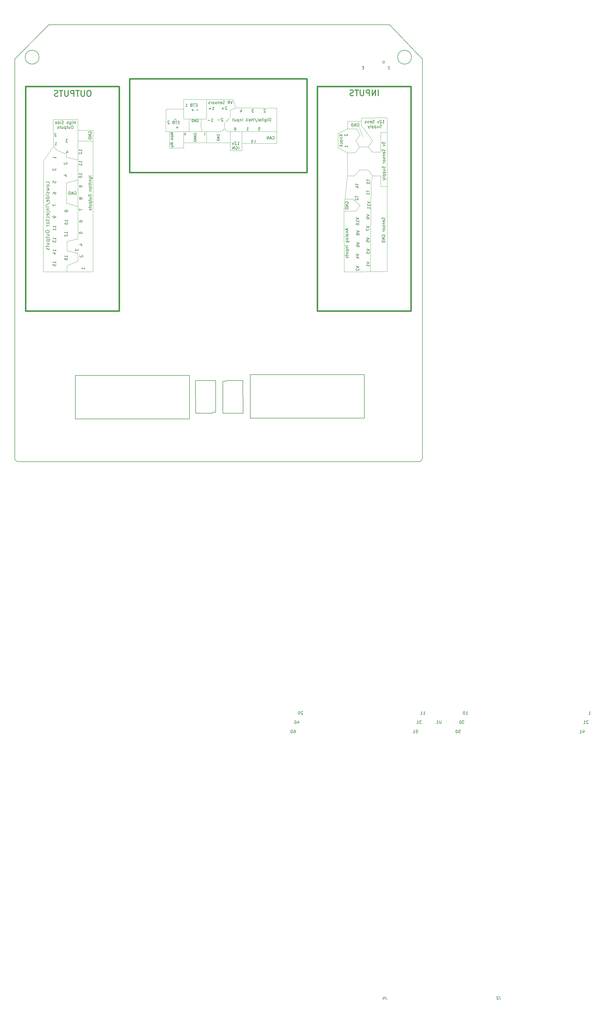
<source format=gbo>
G04 #@! TF.GenerationSoftware,KiCad,Pcbnew,(6.0.1)*
G04 #@! TF.CreationDate,2022-05-29T09:30:20+03:00*
G04 #@! TF.ProjectId,5.0mustangProteusPnP,352e306d-7573-4746-916e-6750726f7465,R0.1*
G04 #@! TF.SameCoordinates,Original*
G04 #@! TF.FileFunction,Legend,Bot*
G04 #@! TF.FilePolarity,Positive*
%FSLAX46Y46*%
G04 Gerber Fmt 4.6, Leading zero omitted, Abs format (unit mm)*
G04 Created by KiCad (PCBNEW (6.0.1)) date 2022-05-29 09:30:20*
%MOMM*%
%LPD*%
G01*
G04 APERTURE LIST*
G04 #@! TA.AperFunction,Profile*
%ADD10C,0.200000*%
G04 #@! TD*
%ADD11C,0.130000*%
%ADD12C,0.150000*%
%ADD13C,0.300000*%
%ADD14C,0.152400*%
%ADD15C,0.139700*%
%ADD16C,0.200000*%
%ADD17C,0.120000*%
%ADD18C,0.500000*%
G04 APERTURE END LIST*
D10*
X20000000Y21270000D02*
X20000000Y157844000D01*
X148521100Y169606000D02*
X31753100Y169606000D01*
X31753100Y169606000D02*
X20000000Y157844000D01*
X159700000Y21270000D02*
X159700000Y157844000D01*
X158430000Y20000000D02*
G75*
G03*
X159700000Y21270000I1J1269999D01*
G01*
X28350250Y158493500D02*
G75*
G03*
X28350250Y158493500I-2381250J0D01*
G01*
X148521100Y169606000D02*
X159700000Y157844000D01*
X20000000Y21270000D02*
G75*
G03*
X21270000Y20000000I1269999J-1D01*
G01*
X158430000Y20000000D02*
X21270000Y20000000D01*
X155992750Y158493500D02*
G75*
G03*
X155992750Y158493500I-2381250J0D01*
G01*
D11*
X118744395Y-65605780D02*
X118696014Y-65557400D01*
X118599252Y-65509019D01*
X118357347Y-65509019D01*
X118260585Y-65557400D01*
X118212204Y-65605780D01*
X118163823Y-65702542D01*
X118163823Y-65799304D01*
X118212204Y-65944447D01*
X118792776Y-66525019D01*
X118163823Y-66525019D01*
X117534871Y-65509019D02*
X117438109Y-65509019D01*
X117341347Y-65557400D01*
X117292966Y-65605780D01*
X117244585Y-65702542D01*
X117196204Y-65896066D01*
X117196204Y-66137971D01*
X117244585Y-66331495D01*
X117292966Y-66428257D01*
X117341347Y-66476638D01*
X117438109Y-66525019D01*
X117534871Y-66525019D01*
X117631633Y-66476638D01*
X117680014Y-66428257D01*
X117728395Y-66331495D01*
X117776776Y-66137971D01*
X117776776Y-65896066D01*
X117728395Y-65702542D01*
X117680014Y-65605780D01*
X117631633Y-65557400D01*
X117534871Y-65509019D01*
X115720585Y-71859019D02*
X115914109Y-71859019D01*
X116010871Y-71907400D01*
X116059252Y-71955780D01*
X116156014Y-72100923D01*
X116204395Y-72294447D01*
X116204395Y-72681495D01*
X116156014Y-72778257D01*
X116107633Y-72826638D01*
X116010871Y-72875019D01*
X115817347Y-72875019D01*
X115720585Y-72826638D01*
X115672204Y-72778257D01*
X115623823Y-72681495D01*
X115623823Y-72439590D01*
X115672204Y-72342828D01*
X115720585Y-72294447D01*
X115817347Y-72246066D01*
X116010871Y-72246066D01*
X116107633Y-72294447D01*
X116156014Y-72342828D01*
X116204395Y-72439590D01*
X114994871Y-71859019D02*
X114898109Y-71859019D01*
X114801347Y-71907400D01*
X114752966Y-71955780D01*
X114704585Y-72052542D01*
X114656204Y-72246066D01*
X114656204Y-72487971D01*
X114704585Y-72681495D01*
X114752966Y-72778257D01*
X114801347Y-72826638D01*
X114898109Y-72875019D01*
X114994871Y-72875019D01*
X115091633Y-72826638D01*
X115140014Y-72778257D01*
X115188395Y-72681495D01*
X115236776Y-72487971D01*
X115236776Y-72246066D01*
X115188395Y-72052542D01*
X115140014Y-71955780D01*
X115091633Y-71907400D01*
X114994871Y-71859019D01*
X116990585Y-69022685D02*
X116990585Y-69700019D01*
X117232490Y-68635638D02*
X117474395Y-69361352D01*
X116845442Y-69361352D01*
X116264871Y-68684019D02*
X116168109Y-68684019D01*
X116071347Y-68732400D01*
X116022966Y-68780780D01*
X115974585Y-68877542D01*
X115926204Y-69071066D01*
X115926204Y-69312971D01*
X115974585Y-69506495D01*
X116022966Y-69603257D01*
X116071347Y-69651638D01*
X116168109Y-69700019D01*
X116264871Y-69700019D01*
X116361633Y-69651638D01*
X116410014Y-69603257D01*
X116458395Y-69506495D01*
X116506776Y-69312971D01*
X116506776Y-69071066D01*
X116458395Y-68877542D01*
X116410014Y-68780780D01*
X116361633Y-68732400D01*
X116264871Y-68684019D01*
X157582204Y-71859019D02*
X158066014Y-71859019D01*
X158114395Y-72342828D01*
X158066014Y-72294447D01*
X157969252Y-72246066D01*
X157727347Y-72246066D01*
X157630585Y-72294447D01*
X157582204Y-72342828D01*
X157533823Y-72439590D01*
X157533823Y-72681495D01*
X157582204Y-72778257D01*
X157630585Y-72826638D01*
X157727347Y-72875019D01*
X157969252Y-72875019D01*
X158066014Y-72826638D01*
X158114395Y-72778257D01*
X156566204Y-72875019D02*
X157146776Y-72875019D01*
X156856490Y-72875019D02*
X156856490Y-71859019D01*
X156953252Y-72004161D01*
X157050014Y-72100923D01*
X157146776Y-72149304D01*
X214780585Y-72197685D02*
X214780585Y-72875019D01*
X215022490Y-71810638D02*
X215264395Y-72536352D01*
X214635442Y-72536352D01*
X213716204Y-72875019D02*
X214296776Y-72875019D01*
X214006490Y-72875019D02*
X214006490Y-71859019D01*
X214103252Y-72004161D01*
X214200014Y-72100923D01*
X214296776Y-72149304D01*
X159432776Y-68684019D02*
X158803823Y-68684019D01*
X159142490Y-69071066D01*
X158997347Y-69071066D01*
X158900585Y-69119447D01*
X158852204Y-69167828D01*
X158803823Y-69264590D01*
X158803823Y-69506495D01*
X158852204Y-69603257D01*
X158900585Y-69651638D01*
X158997347Y-69700019D01*
X159287633Y-69700019D01*
X159384395Y-69651638D01*
X159432776Y-69603257D01*
X157836204Y-69700019D02*
X158416776Y-69700019D01*
X158126490Y-69700019D02*
X158126490Y-68684019D01*
X158223252Y-68829161D01*
X158320014Y-68925923D01*
X158416776Y-68974304D01*
X172187204Y-71859019D02*
X172671014Y-71859019D01*
X172719395Y-72342828D01*
X172671014Y-72294447D01*
X172574252Y-72246066D01*
X172332347Y-72246066D01*
X172235585Y-72294447D01*
X172187204Y-72342828D01*
X172138823Y-72439590D01*
X172138823Y-72681495D01*
X172187204Y-72778257D01*
X172235585Y-72826638D01*
X172332347Y-72875019D01*
X172574252Y-72875019D01*
X172671014Y-72826638D01*
X172719395Y-72778257D01*
X171509871Y-71859019D02*
X171413109Y-71859019D01*
X171316347Y-71907400D01*
X171267966Y-71955780D01*
X171219585Y-72052542D01*
X171171204Y-72246066D01*
X171171204Y-72487971D01*
X171219585Y-72681495D01*
X171267966Y-72778257D01*
X171316347Y-72826638D01*
X171413109Y-72875019D01*
X171509871Y-72875019D01*
X171606633Y-72826638D01*
X171655014Y-72778257D01*
X171703395Y-72681495D01*
X171751776Y-72487971D01*
X171751776Y-72246066D01*
X171703395Y-72052542D01*
X171655014Y-71955780D01*
X171606633Y-71907400D01*
X171509871Y-71859019D01*
X174037776Y-68684019D02*
X173408823Y-68684019D01*
X173747490Y-69071066D01*
X173602347Y-69071066D01*
X173505585Y-69119447D01*
X173457204Y-69167828D01*
X173408823Y-69264590D01*
X173408823Y-69506495D01*
X173457204Y-69603257D01*
X173505585Y-69651638D01*
X173602347Y-69700019D01*
X173892633Y-69700019D01*
X173989395Y-69651638D01*
X174037776Y-69603257D01*
X172779871Y-68684019D02*
X172683109Y-68684019D01*
X172586347Y-68732400D01*
X172537966Y-68780780D01*
X172489585Y-68877542D01*
X172441204Y-69071066D01*
X172441204Y-69312971D01*
X172489585Y-69506495D01*
X172537966Y-69603257D01*
X172586347Y-69651638D01*
X172683109Y-69700019D01*
X172779871Y-69700019D01*
X172876633Y-69651638D01*
X172925014Y-69603257D01*
X172973395Y-69506495D01*
X173021776Y-69312971D01*
X173021776Y-69071066D01*
X172973395Y-68877542D01*
X172925014Y-68780780D01*
X172876633Y-68732400D01*
X172779871Y-68684019D01*
X174678823Y-66525019D02*
X175259395Y-66525019D01*
X174969109Y-66525019D02*
X174969109Y-65509019D01*
X175065871Y-65654161D01*
X175162633Y-65750923D01*
X175259395Y-65799304D01*
X174049871Y-65509019D02*
X173953109Y-65509019D01*
X173856347Y-65557400D01*
X173807966Y-65605780D01*
X173759585Y-65702542D01*
X173711204Y-65896066D01*
X173711204Y-66137971D01*
X173759585Y-66331495D01*
X173807966Y-66428257D01*
X173856347Y-66476638D01*
X173953109Y-66525019D01*
X174049871Y-66525019D01*
X174146633Y-66476638D01*
X174195014Y-66428257D01*
X174243395Y-66331495D01*
X174291776Y-66137971D01*
X174291776Y-65896066D01*
X174243395Y-65702542D01*
X174195014Y-65605780D01*
X174146633Y-65557400D01*
X174049871Y-65509019D01*
X216534395Y-68780780D02*
X216486014Y-68732400D01*
X216389252Y-68684019D01*
X216147347Y-68684019D01*
X216050585Y-68732400D01*
X216002204Y-68780780D01*
X215953823Y-68877542D01*
X215953823Y-68974304D01*
X216002204Y-69119447D01*
X216582776Y-69700019D01*
X215953823Y-69700019D01*
X214986204Y-69700019D02*
X215566776Y-69700019D01*
X215276490Y-69700019D02*
X215276490Y-68684019D01*
X215373252Y-68829161D01*
X215470014Y-68925923D01*
X215566776Y-68974304D01*
X216740014Y-66525019D02*
X217320585Y-66525019D01*
X217030300Y-66525019D02*
X217030300Y-65509019D01*
X217127061Y-65654161D01*
X217223823Y-65750923D01*
X217320585Y-65799304D01*
X160073823Y-66525019D02*
X160654395Y-66525019D01*
X160364109Y-66525019D02*
X160364109Y-65509019D01*
X160460871Y-65654161D01*
X160557633Y-65750923D01*
X160654395Y-65799304D01*
X159106204Y-66525019D02*
X159686776Y-66525019D01*
X159396490Y-66525019D02*
X159396490Y-65509019D01*
X159493252Y-65654161D01*
X159590014Y-65750923D01*
X159686776Y-65799304D01*
X147221786Y-163100899D02*
X147221786Y-163826613D01*
X147270167Y-163971756D01*
X147366929Y-164068518D01*
X147512072Y-164116899D01*
X147608834Y-164116899D01*
X146302548Y-163439565D02*
X146302548Y-164116899D01*
X146544453Y-163052518D02*
X146786358Y-163778232D01*
X146157405Y-163778232D01*
X166166195Y-68607819D02*
X166166195Y-69430295D01*
X166117814Y-69527057D01*
X166069433Y-69575438D01*
X165972671Y-69623819D01*
X165779147Y-69623819D01*
X165682385Y-69575438D01*
X165634004Y-69527057D01*
X165585623Y-69430295D01*
X165585623Y-68607819D01*
X164569623Y-69623819D02*
X165150195Y-69623819D01*
X164859909Y-69623819D02*
X164859909Y-68607819D01*
X164956671Y-68752961D01*
X165053433Y-68849723D01*
X165150195Y-68898104D01*
X186223486Y-163032319D02*
X186223486Y-163758033D01*
X186271867Y-163903176D01*
X186368629Y-163999938D01*
X186513772Y-164048319D01*
X186610534Y-164048319D01*
X185788058Y-163129080D02*
X185739677Y-163080700D01*
X185642915Y-163032319D01*
X185401010Y-163032319D01*
X185304248Y-163080700D01*
X185255867Y-163129080D01*
X185207486Y-163225842D01*
X185207486Y-163322604D01*
X185255867Y-163467747D01*
X185836439Y-164048319D01*
X185207486Y-164048319D01*
D12*
G04 #@! TO.C,J1*
X148555714Y154421619D02*
X147984285Y154421619D01*
X148270000Y154421619D02*
X148270000Y155421619D01*
X148174761Y155278761D01*
X148079523Y155183523D01*
X147984285Y155135904D01*
X139046666Y155421619D02*
X139665714Y155421619D01*
X139332380Y155040666D01*
X139475238Y155040666D01*
X139570476Y154993047D01*
X139618095Y154945428D01*
X139665714Y154850190D01*
X139665714Y154612095D01*
X139618095Y154516857D01*
X139570476Y154469238D01*
X139475238Y154421619D01*
X139189523Y154421619D01*
X139094285Y154469238D01*
X139046666Y154516857D01*
X139046666Y155421619D02*
X139665714Y155421619D01*
X139332380Y155040666D01*
X139475238Y155040666D01*
X139570476Y154993047D01*
X139618095Y154945428D01*
X139665714Y154850190D01*
X139665714Y154612095D01*
X139618095Y154516857D01*
X139570476Y154469238D01*
X139475238Y154421619D01*
X139189523Y154421619D01*
X139094285Y154469238D01*
X139046666Y154516857D01*
X148555714Y154421619D02*
X147984285Y154421619D01*
X148270000Y154421619D02*
X148270000Y155421619D01*
X148174761Y155278761D01*
X148079523Y155183523D01*
X147984285Y155135904D01*
G04 #@! TO.C,BRD1*
X34121380Y96117476D02*
X34121380Y96688904D01*
X34121380Y96403190D02*
X33121380Y96403190D01*
X33264238Y96498428D01*
X33359476Y96593666D01*
X33407095Y96688904D01*
X33121380Y95784142D02*
X33121380Y95165095D01*
X33502333Y95498428D01*
X33502333Y95355571D01*
X33549952Y95260333D01*
X33597571Y95212714D01*
X33692809Y95165095D01*
X33930904Y95165095D01*
X34026142Y95212714D01*
X34073761Y95260333D01*
X34121380Y95355571D01*
X34121380Y95641285D01*
X34073761Y95736523D01*
X34026142Y95784142D01*
X33121380Y115500904D02*
X33121380Y115977095D01*
X33597571Y116024714D01*
X33549952Y115977095D01*
X33502333Y115881857D01*
X33502333Y115643761D01*
X33549952Y115548523D01*
X33597571Y115500904D01*
X33692809Y115453285D01*
X33930904Y115453285D01*
X34026142Y115500904D01*
X34073761Y115548523D01*
X34121380Y115643761D01*
X34121380Y115881857D01*
X34073761Y115977095D01*
X34026142Y116024714D01*
X95327523Y134447619D02*
X95518000Y134447619D01*
X95613238Y134400000D01*
X95660857Y134352380D01*
X95756095Y134209523D01*
X95803714Y134019047D01*
X95803714Y133638095D01*
X95756095Y133542857D01*
X95708476Y133495238D01*
X95613238Y133447619D01*
X95422761Y133447619D01*
X95327523Y133495238D01*
X95279904Y133542857D01*
X95232285Y133638095D01*
X95232285Y133876190D01*
X95279904Y133971428D01*
X95327523Y134019047D01*
X95422761Y134066666D01*
X95613238Y134066666D01*
X95708476Y134019047D01*
X95756095Y133971428D01*
X95803714Y133876190D01*
X145921380Y128853761D02*
X145921380Y129329952D01*
X146397571Y129377571D01*
X146349952Y129329952D01*
X146302333Y129234714D01*
X146302333Y128996619D01*
X146349952Y128901380D01*
X146397571Y128853761D01*
X146492809Y128806142D01*
X146730904Y128806142D01*
X146826142Y128853761D01*
X146873761Y128901380D01*
X146921380Y128996619D01*
X146921380Y129234714D01*
X146873761Y129329952D01*
X146826142Y129377571D01*
X146254714Y128472809D02*
X146921380Y128234714D01*
X146254714Y127996619D01*
X146873761Y126901380D02*
X146921380Y126758523D01*
X146921380Y126520428D01*
X146873761Y126425190D01*
X146826142Y126377571D01*
X146730904Y126329952D01*
X146635666Y126329952D01*
X146540428Y126377571D01*
X146492809Y126425190D01*
X146445190Y126520428D01*
X146397571Y126710904D01*
X146349952Y126806142D01*
X146302333Y126853761D01*
X146207095Y126901380D01*
X146111857Y126901380D01*
X146016619Y126853761D01*
X145969000Y126806142D01*
X145921380Y126710904D01*
X145921380Y126472809D01*
X145969000Y126329952D01*
X146873761Y125520428D02*
X146921380Y125615666D01*
X146921380Y125806142D01*
X146873761Y125901380D01*
X146778523Y125949000D01*
X146397571Y125949000D01*
X146302333Y125901380D01*
X146254714Y125806142D01*
X146254714Y125615666D01*
X146302333Y125520428D01*
X146397571Y125472809D01*
X146492809Y125472809D01*
X146588047Y125949000D01*
X146254714Y125044238D02*
X146921380Y125044238D01*
X146349952Y125044238D02*
X146302333Y124996619D01*
X146254714Y124901380D01*
X146254714Y124758523D01*
X146302333Y124663285D01*
X146397571Y124615666D01*
X146921380Y124615666D01*
X146873761Y124187095D02*
X146921380Y124091857D01*
X146921380Y123901380D01*
X146873761Y123806142D01*
X146778523Y123758523D01*
X146730904Y123758523D01*
X146635666Y123806142D01*
X146588047Y123901380D01*
X146588047Y124044238D01*
X146540428Y124139476D01*
X146445190Y124187095D01*
X146397571Y124187095D01*
X146302333Y124139476D01*
X146254714Y124044238D01*
X146254714Y123901380D01*
X146302333Y123806142D01*
X146921380Y123187095D02*
X146873761Y123282333D01*
X146826142Y123329952D01*
X146730904Y123377571D01*
X146445190Y123377571D01*
X146349952Y123329952D01*
X146302333Y123282333D01*
X146254714Y123187095D01*
X146254714Y123044238D01*
X146302333Y122949000D01*
X146349952Y122901380D01*
X146445190Y122853761D01*
X146730904Y122853761D01*
X146826142Y122901380D01*
X146873761Y122949000D01*
X146921380Y123044238D01*
X146921380Y123187095D01*
X146921380Y122425190D02*
X146254714Y122425190D01*
X146445190Y122425190D02*
X146349952Y122377571D01*
X146302333Y122329952D01*
X146254714Y122234714D01*
X146254714Y122139476D01*
X146873761Y121091857D02*
X146921380Y120949000D01*
X146921380Y120710904D01*
X146873761Y120615666D01*
X146826142Y120568047D01*
X146730904Y120520428D01*
X146635666Y120520428D01*
X146540428Y120568047D01*
X146492809Y120615666D01*
X146445190Y120710904D01*
X146397571Y120901380D01*
X146349952Y120996619D01*
X146302333Y121044238D01*
X146207095Y121091857D01*
X146111857Y121091857D01*
X146016619Y121044238D01*
X145969000Y120996619D01*
X145921380Y120901380D01*
X145921380Y120663285D01*
X145969000Y120520428D01*
X146254714Y119663285D02*
X146921380Y119663285D01*
X146254714Y120091857D02*
X146778523Y120091857D01*
X146873761Y120044238D01*
X146921380Y119949000D01*
X146921380Y119806142D01*
X146873761Y119710904D01*
X146826142Y119663285D01*
X146254714Y119187095D02*
X147254714Y119187095D01*
X146302333Y119187095D02*
X146254714Y119091857D01*
X146254714Y118901380D01*
X146302333Y118806142D01*
X146349952Y118758523D01*
X146445190Y118710904D01*
X146730904Y118710904D01*
X146826142Y118758523D01*
X146873761Y118806142D01*
X146921380Y118901380D01*
X146921380Y119091857D01*
X146873761Y119187095D01*
X146254714Y118282333D02*
X147254714Y118282333D01*
X146302333Y118282333D02*
X146254714Y118187095D01*
X146254714Y117996619D01*
X146302333Y117901380D01*
X146349952Y117853761D01*
X146445190Y117806142D01*
X146730904Y117806142D01*
X146826142Y117853761D01*
X146873761Y117901380D01*
X146921380Y117996619D01*
X146921380Y118187095D01*
X146873761Y118282333D01*
X146921380Y117234714D02*
X146873761Y117329952D01*
X146778523Y117377571D01*
X145921380Y117377571D01*
X146254714Y116949000D02*
X146921380Y116710904D01*
X146254714Y116472809D02*
X146921380Y116710904D01*
X147159476Y116806142D01*
X147207095Y116853761D01*
X147254714Y116949000D01*
D13*
X144628523Y145294238D02*
X144628523Y147294238D01*
X143676142Y145294238D02*
X143676142Y147294238D01*
X142533285Y145294238D01*
X142533285Y147294238D01*
X141580904Y145294238D02*
X141580904Y147294238D01*
X140819000Y147294238D01*
X140628523Y147199000D01*
X140533285Y147103761D01*
X140438047Y146913285D01*
X140438047Y146627571D01*
X140533285Y146437095D01*
X140628523Y146341857D01*
X140819000Y146246619D01*
X141580904Y146246619D01*
X139580904Y147294238D02*
X139580904Y145675190D01*
X139485666Y145484714D01*
X139390428Y145389476D01*
X139199952Y145294238D01*
X138819000Y145294238D01*
X138628523Y145389476D01*
X138533285Y145484714D01*
X138438047Y145675190D01*
X138438047Y147294238D01*
X137771380Y147294238D02*
X136628523Y147294238D01*
X137199952Y145294238D02*
X137199952Y147294238D01*
X136057095Y145389476D02*
X135771380Y145294238D01*
X135295190Y145294238D01*
X135104714Y145389476D01*
X135009476Y145484714D01*
X134914238Y145675190D01*
X134914238Y145865666D01*
X135009476Y146056142D01*
X135104714Y146151380D01*
X135295190Y146246619D01*
X135676142Y146341857D01*
X135866619Y146437095D01*
X135961857Y146532333D01*
X136057095Y146722809D01*
X136057095Y146913285D01*
X135961857Y147103761D01*
X135866619Y147199000D01*
X135676142Y147294238D01*
X135199952Y147294238D01*
X134914238Y147199000D01*
D12*
X34121380Y100181476D02*
X34121380Y100752904D01*
X34121380Y100467190D02*
X33121380Y100467190D01*
X33264238Y100562428D01*
X33359476Y100657666D01*
X33407095Y100752904D01*
X34121380Y99229095D02*
X34121380Y99800523D01*
X34121380Y99514809D02*
X33121380Y99514809D01*
X33264238Y99610047D01*
X33359476Y99705285D01*
X33407095Y99800523D01*
X76086952Y134463571D02*
X75325047Y134463571D01*
X75706000Y134082619D02*
X75706000Y134844523D01*
X43021380Y122389476D02*
X43021380Y122960904D01*
X43021380Y122675190D02*
X42021380Y122675190D01*
X42164238Y122770428D01*
X42259476Y122865666D01*
X42307095Y122960904D01*
X43021380Y121437095D02*
X43021380Y122008523D01*
X43021380Y121722809D02*
X42021380Y121722809D01*
X42164238Y121818047D01*
X42259476Y121913285D01*
X42307095Y122008523D01*
X91342761Y137527380D02*
X91295142Y137575000D01*
X91199904Y137622619D01*
X90961809Y137622619D01*
X90866571Y137575000D01*
X90818952Y137527380D01*
X90771333Y137432142D01*
X90771333Y137336904D01*
X90818952Y137194047D01*
X91390380Y136622619D01*
X90771333Y136622619D01*
X90342761Y137003571D02*
X89580857Y137003571D01*
X34121380Y92053476D02*
X34121380Y92624904D01*
X34121380Y92339190D02*
X33121380Y92339190D01*
X33264238Y92434428D01*
X33359476Y92529666D01*
X33407095Y92624904D01*
X33454714Y91196333D02*
X34121380Y91196333D01*
X33073761Y91434428D02*
X33788047Y91672523D01*
X33788047Y91053476D01*
X137121380Y99158523D02*
X138121380Y98825190D01*
X137121380Y98491857D01*
X137549952Y98015666D02*
X137502333Y98110904D01*
X137454714Y98158523D01*
X137359476Y98206142D01*
X137311857Y98206142D01*
X137216619Y98158523D01*
X137169000Y98110904D01*
X137121380Y98015666D01*
X137121380Y97825190D01*
X137169000Y97729952D01*
X137216619Y97682333D01*
X137311857Y97634714D01*
X137359476Y97634714D01*
X137454714Y97682333D01*
X137502333Y97729952D01*
X137549952Y97825190D01*
X137549952Y98015666D01*
X137597571Y98110904D01*
X137645190Y98158523D01*
X137740428Y98206142D01*
X137930904Y98206142D01*
X138026142Y98158523D01*
X138073761Y98110904D01*
X138121380Y98015666D01*
X138121380Y97825190D01*
X138073761Y97729952D01*
X138026142Y97682333D01*
X137930904Y97634714D01*
X137740428Y97634714D01*
X137645190Y97682333D01*
X137597571Y97729952D01*
X137549952Y97825190D01*
X42416619Y90624714D02*
X42369000Y90577095D01*
X42321380Y90481857D01*
X42321380Y90243761D01*
X42369000Y90148523D01*
X42416619Y90100904D01*
X42511857Y90053285D01*
X42607095Y90053285D01*
X42749952Y90100904D01*
X43321380Y90672333D01*
X43321380Y90053285D01*
X37796523Y126240285D02*
X37796523Y125573619D01*
X38034619Y126621238D02*
X38272714Y125906952D01*
X37653666Y125906952D01*
D14*
X82134285Y131958561D02*
X82172990Y131997266D01*
X82211695Y132113380D01*
X82211695Y132190790D01*
X82172990Y132306904D01*
X82095580Y132384314D01*
X82018171Y132423019D01*
X81863352Y132461723D01*
X81747238Y132461723D01*
X81592419Y132423019D01*
X81515009Y132384314D01*
X81437600Y132306904D01*
X81398895Y132190790D01*
X81398895Y132113380D01*
X81437600Y131997266D01*
X81476304Y131958561D01*
X81979466Y131648923D02*
X81979466Y131261876D01*
X82211695Y131726333D02*
X81398895Y131455400D01*
X82211695Y131184466D01*
X82211695Y130913533D02*
X81398895Y130913533D01*
X82211695Y130449076D01*
X81398895Y130449076D01*
X81476304Y130100733D02*
X81437600Y130062028D01*
X81398895Y129984619D01*
X81398895Y129791095D01*
X81437600Y129713685D01*
X81476304Y129674980D01*
X81553714Y129636276D01*
X81631123Y129636276D01*
X81747238Y129674980D01*
X82211695Y130139438D01*
X82211695Y129636276D01*
D12*
X38193333Y130383619D02*
X37574285Y130383619D01*
X37907619Y130002666D01*
X37764761Y130002666D01*
X37669523Y129955047D01*
X37621904Y129907428D01*
X37574285Y129812190D01*
X37574285Y129574095D01*
X37621904Y129478857D01*
X37669523Y129431238D01*
X37764761Y129383619D01*
X38050476Y129383619D01*
X38145714Y129431238D01*
X38193333Y129478857D01*
X140521380Y96721523D02*
X141521380Y96388190D01*
X140521380Y96054857D01*
X140521380Y95245333D02*
X140521380Y95721523D01*
X140997571Y95769142D01*
X140949952Y95721523D01*
X140902333Y95626285D01*
X140902333Y95388190D01*
X140949952Y95292952D01*
X140997571Y95245333D01*
X141092809Y95197714D01*
X141330904Y95197714D01*
X141426142Y95245333D01*
X141473761Y95292952D01*
X141521380Y95388190D01*
X141521380Y95626285D01*
X141473761Y95721523D01*
X141426142Y95769142D01*
X40771380Y92882333D02*
X40771380Y92263285D01*
X41152333Y92596619D01*
X41152333Y92453761D01*
X41199952Y92358523D01*
X41247571Y92310904D01*
X41342809Y92263285D01*
X41580904Y92263285D01*
X41676142Y92310904D01*
X41723761Y92358523D01*
X41771380Y92453761D01*
X41771380Y92739476D01*
X41723761Y92834714D01*
X41676142Y92882333D01*
X75451952Y137257571D02*
X74690047Y137257571D01*
X43011380Y118215476D02*
X43011380Y118786904D01*
X43011380Y118501190D02*
X42011380Y118501190D01*
X42154238Y118596428D01*
X42249476Y118691666D01*
X42297095Y118786904D01*
X42011380Y117596428D02*
X42011380Y117501190D01*
X42059000Y117405952D01*
X42106619Y117358333D01*
X42201857Y117310714D01*
X42392333Y117263095D01*
X42630428Y117263095D01*
X42820904Y117310714D01*
X42916142Y117358333D01*
X42963761Y117405952D01*
X43011380Y117501190D01*
X43011380Y117596428D01*
X42963761Y117691666D01*
X42916142Y117739285D01*
X42820904Y117786904D01*
X42630428Y117834523D01*
X42392333Y117834523D01*
X42201857Y117786904D01*
X42106619Y117739285D01*
X42059000Y117691666D01*
X42011380Y117596428D01*
X96343428Y128537619D02*
X96914857Y128537619D01*
X96629142Y128537619D02*
X96629142Y129537619D01*
X96724380Y129394761D01*
X96819619Y129299523D01*
X96914857Y129251904D01*
X95962476Y129442380D02*
X95914857Y129490000D01*
X95819619Y129537619D01*
X95581523Y129537619D01*
X95486285Y129490000D01*
X95438666Y129442380D01*
X95391047Y129347142D01*
X95391047Y129251904D01*
X95438666Y129109047D01*
X96010095Y128537619D01*
X95391047Y128537619D01*
X95057714Y129204285D02*
X94819619Y128537619D01*
X94581523Y129204285D01*
X96795809Y126927619D02*
X96795809Y127927619D01*
X95795809Y127880000D02*
X95891047Y127927619D01*
X96033904Y127927619D01*
X96176761Y127880000D01*
X96272000Y127784761D01*
X96319619Y127689523D01*
X96367238Y127499047D01*
X96367238Y127356190D01*
X96319619Y127165714D01*
X96272000Y127070476D01*
X96176761Y126975238D01*
X96033904Y126927619D01*
X95938666Y126927619D01*
X95795809Y126975238D01*
X95748190Y127022857D01*
X95748190Y127356190D01*
X95938666Y127356190D01*
X95319619Y126927619D02*
X95319619Y127927619D01*
X94748190Y126927619D01*
X94748190Y127927619D01*
X42138380Y102086523D02*
X42138380Y102277000D01*
X42186000Y102372238D01*
X42233619Y102419857D01*
X42376476Y102515095D01*
X42566952Y102562714D01*
X42947904Y102562714D01*
X43043142Y102515095D01*
X43090761Y102467476D01*
X43138380Y102372238D01*
X43138380Y102181761D01*
X43090761Y102086523D01*
X43043142Y102038904D01*
X42947904Y101991285D01*
X42709809Y101991285D01*
X42614571Y102038904D01*
X42566952Y102086523D01*
X42519333Y102181761D01*
X42519333Y102372238D01*
X42566952Y102467476D01*
X42614571Y102515095D01*
X42709809Y102562714D01*
X136994380Y91157523D02*
X137994380Y90824190D01*
X136994380Y90490857D01*
X137327714Y89728952D02*
X137994380Y89728952D01*
X136946761Y89967047D02*
X137661047Y90205142D01*
X137661047Y89586095D01*
X45361000Y132502904D02*
X45313380Y132598142D01*
X45313380Y132741000D01*
X45361000Y132883857D01*
X45456238Y132979095D01*
X45551476Y133026714D01*
X45741952Y133074333D01*
X45884809Y133074333D01*
X46075285Y133026714D01*
X46170523Y132979095D01*
X46265761Y132883857D01*
X46313380Y132741000D01*
X46313380Y132645761D01*
X46265761Y132502904D01*
X46218142Y132455285D01*
X45884809Y132455285D01*
X45884809Y132645761D01*
X46313380Y132026714D02*
X45313380Y132026714D01*
X46313380Y131455285D01*
X45313380Y131455285D01*
X46313380Y130979095D02*
X45313380Y130979095D01*
X45313380Y130741000D01*
X45361000Y130598142D01*
X45456238Y130502904D01*
X45551476Y130455285D01*
X45741952Y130407666D01*
X45884809Y130407666D01*
X46075285Y130455285D01*
X46170523Y130502904D01*
X46265761Y130598142D01*
X46313380Y130741000D01*
X46313380Y130979095D01*
X140521380Y100658523D02*
X141521380Y100325190D01*
X140521380Y99991857D01*
X140521380Y99753761D02*
X140521380Y99087095D01*
X141521380Y99515666D01*
D14*
X82413276Y137130400D02*
X82490685Y137169104D01*
X82606800Y137169104D01*
X82722914Y137130400D01*
X82800323Y137052990D01*
X82839028Y136975580D01*
X82877733Y136820761D01*
X82877733Y136704647D01*
X82839028Y136549828D01*
X82800323Y136472419D01*
X82722914Y136395009D01*
X82606800Y136356304D01*
X82529390Y136356304D01*
X82413276Y136395009D01*
X82374571Y136433714D01*
X82374571Y136704647D01*
X82529390Y136704647D01*
X82026228Y136356304D02*
X82026228Y137169104D01*
X81561771Y136356304D01*
X81561771Y137169104D01*
X81174723Y136356304D02*
X81174723Y137169104D01*
X80981200Y137169104D01*
X80865085Y137130400D01*
X80787676Y137052990D01*
X80748971Y136975580D01*
X80710266Y136820761D01*
X80710266Y136704647D01*
X80748971Y136549828D01*
X80787676Y136472419D01*
X80865085Y136395009D01*
X80981200Y136356304D01*
X81174723Y136356304D01*
D12*
X140698380Y116670904D02*
X140698380Y116099476D01*
X141698380Y116385190D02*
X140698380Y116385190D01*
X140698380Y115861380D02*
X140698380Y115242333D01*
X141079333Y115575666D01*
X141079333Y115432809D01*
X141126952Y115337571D01*
X141174571Y115289952D01*
X141269809Y115242333D01*
X141507904Y115242333D01*
X141603142Y115289952D01*
X141650761Y115337571D01*
X141698380Y115432809D01*
X141698380Y115718523D01*
X141650761Y115813761D01*
X141603142Y115861380D01*
X108352857Y130494857D02*
X108400476Y130447238D01*
X108543333Y130399619D01*
X108638571Y130399619D01*
X108781428Y130447238D01*
X108876666Y130542476D01*
X108924285Y130637714D01*
X108971904Y130828190D01*
X108971904Y130971047D01*
X108924285Y131161523D01*
X108876666Y131256761D01*
X108781428Y131352000D01*
X108638571Y131399619D01*
X108543333Y131399619D01*
X108400476Y131352000D01*
X108352857Y131304380D01*
X107971904Y130685333D02*
X107495714Y130685333D01*
X108067142Y130399619D02*
X107733809Y131399619D01*
X107400476Y130399619D01*
X107067142Y130399619D02*
X107067142Y131399619D01*
X106495714Y130399619D01*
X106495714Y131399619D01*
X42598714Y94085523D02*
X43265380Y94085523D01*
X42217761Y94323619D02*
X42932047Y94561714D01*
X42932047Y93942666D01*
X146083285Y135951619D02*
X146654714Y135951619D01*
X146369000Y135951619D02*
X146369000Y136951619D01*
X146464238Y136808761D01*
X146559476Y136713523D01*
X146654714Y136665904D01*
X145702333Y136856380D02*
X145654714Y136904000D01*
X145559476Y136951619D01*
X145321380Y136951619D01*
X145226142Y136904000D01*
X145178523Y136856380D01*
X145130904Y136761142D01*
X145130904Y136665904D01*
X145178523Y136523047D01*
X145749952Y135951619D01*
X145130904Y135951619D01*
X144797571Y136618285D02*
X144559476Y135951619D01*
X144321380Y136618285D01*
X143226142Y135999238D02*
X143083285Y135951619D01*
X142845190Y135951619D01*
X142749952Y135999238D01*
X142702333Y136046857D01*
X142654714Y136142095D01*
X142654714Y136237333D01*
X142702333Y136332571D01*
X142749952Y136380190D01*
X142845190Y136427809D01*
X143035666Y136475428D01*
X143130904Y136523047D01*
X143178523Y136570666D01*
X143226142Y136665904D01*
X143226142Y136761142D01*
X143178523Y136856380D01*
X143130904Y136904000D01*
X143035666Y136951619D01*
X142797571Y136951619D01*
X142654714Y136904000D01*
X141845190Y135999238D02*
X141940428Y135951619D01*
X142130904Y135951619D01*
X142226142Y135999238D01*
X142273761Y136094476D01*
X142273761Y136475428D01*
X142226142Y136570666D01*
X142130904Y136618285D01*
X141940428Y136618285D01*
X141845190Y136570666D01*
X141797571Y136475428D01*
X141797571Y136380190D01*
X142273761Y136284952D01*
X141369000Y136618285D02*
X141369000Y135951619D01*
X141369000Y136523047D02*
X141321380Y136570666D01*
X141226142Y136618285D01*
X141083285Y136618285D01*
X140988047Y136570666D01*
X140940428Y136475428D01*
X140940428Y135951619D01*
X140511857Y135999238D02*
X140416619Y135951619D01*
X140226142Y135951619D01*
X140130904Y135999238D01*
X140083285Y136094476D01*
X140083285Y136142095D01*
X140130904Y136237333D01*
X140226142Y136284952D01*
X140369000Y136284952D01*
X140464238Y136332571D01*
X140511857Y136427809D01*
X140511857Y136475428D01*
X140464238Y136570666D01*
X140369000Y136618285D01*
X140226142Y136618285D01*
X140130904Y136570666D01*
X145654714Y134389238D02*
X145511857Y134341619D01*
X145273761Y134341619D01*
X145178523Y134389238D01*
X145130904Y134436857D01*
X145083285Y134532095D01*
X145083285Y134627333D01*
X145130904Y134722571D01*
X145178523Y134770190D01*
X145273761Y134817809D01*
X145464238Y134865428D01*
X145559476Y134913047D01*
X145607095Y134960666D01*
X145654714Y135055904D01*
X145654714Y135151142D01*
X145607095Y135246380D01*
X145559476Y135294000D01*
X145464238Y135341619D01*
X145226142Y135341619D01*
X145083285Y135294000D01*
X144226142Y135008285D02*
X144226142Y134341619D01*
X144654714Y135008285D02*
X144654714Y134484476D01*
X144607095Y134389238D01*
X144511857Y134341619D01*
X144369000Y134341619D01*
X144273761Y134389238D01*
X144226142Y134436857D01*
X143749952Y135008285D02*
X143749952Y134008285D01*
X143749952Y134960666D02*
X143654714Y135008285D01*
X143464238Y135008285D01*
X143369000Y134960666D01*
X143321380Y134913047D01*
X143273761Y134817809D01*
X143273761Y134532095D01*
X143321380Y134436857D01*
X143369000Y134389238D01*
X143464238Y134341619D01*
X143654714Y134341619D01*
X143749952Y134389238D01*
X142845190Y135008285D02*
X142845190Y134008285D01*
X142845190Y134960666D02*
X142749952Y135008285D01*
X142559476Y135008285D01*
X142464238Y134960666D01*
X142416619Y134913047D01*
X142369000Y134817809D01*
X142369000Y134532095D01*
X142416619Y134436857D01*
X142464238Y134389238D01*
X142559476Y134341619D01*
X142749952Y134341619D01*
X142845190Y134389238D01*
X141797571Y134341619D02*
X141892809Y134389238D01*
X141940428Y134484476D01*
X141940428Y135341619D01*
X141511857Y135008285D02*
X141273761Y134341619D01*
X141035666Y135008285D02*
X141273761Y134341619D01*
X141369000Y134103523D01*
X141416619Y134055904D01*
X141511857Y134008285D01*
X42138380Y106674333D02*
X42138380Y106007666D01*
X43138380Y106436238D01*
X87342333Y136495619D02*
X87913761Y136495619D01*
X87628047Y136495619D02*
X87628047Y137495619D01*
X87723285Y137352761D01*
X87818523Y137257523D01*
X87913761Y137209904D01*
X86913761Y136876571D02*
X86151857Y136876571D01*
X76371380Y136220428D02*
X76038047Y136220428D01*
X75895190Y135696619D02*
X76371380Y135696619D01*
X76371380Y136696619D01*
X75895190Y136696619D01*
X75609476Y136696619D02*
X75038047Y136696619D01*
X75323761Y135696619D02*
X75323761Y136696619D01*
X74371380Y136220428D02*
X74228523Y136172809D01*
X74180904Y136125190D01*
X74133285Y136029952D01*
X74133285Y135887095D01*
X74180904Y135791857D01*
X74228523Y135744238D01*
X74323761Y135696619D01*
X74704714Y135696619D01*
X74704714Y136696619D01*
X74371380Y136696619D01*
X74276142Y136649000D01*
X74228523Y136601380D01*
X74180904Y136506142D01*
X74180904Y136410904D01*
X74228523Y136315666D01*
X74276142Y136268047D01*
X74371380Y136220428D01*
X74704714Y136220428D01*
X72990428Y136601380D02*
X72942809Y136649000D01*
X72847571Y136696619D01*
X72609476Y136696619D01*
X72514238Y136649000D01*
X72466619Y136601380D01*
X72419000Y136506142D01*
X72419000Y136410904D01*
X72466619Y136268047D01*
X73038047Y135696619D01*
X72419000Y135696619D01*
X34121380Y103991476D02*
X34121380Y103801000D01*
X34073761Y103705761D01*
X34026142Y103658142D01*
X33883285Y103562904D01*
X33692809Y103515285D01*
X33311857Y103515285D01*
X33216619Y103562904D01*
X33169000Y103610523D01*
X33121380Y103705761D01*
X33121380Y103896238D01*
X33169000Y103991476D01*
X33216619Y104039095D01*
X33311857Y104086714D01*
X33549952Y104086714D01*
X33645190Y104039095D01*
X33692809Y103991476D01*
X33740428Y103896238D01*
X33740428Y103705761D01*
X33692809Y103610523D01*
X33645190Y103562904D01*
X33549952Y103515285D01*
X42138380Y98101904D02*
X42138380Y98578095D01*
X42614571Y98625714D01*
X42566952Y98578095D01*
X42519333Y98482857D01*
X42519333Y98244761D01*
X42566952Y98149523D01*
X42614571Y98101904D01*
X42709809Y98054285D01*
X42947904Y98054285D01*
X43043142Y98101904D01*
X43090761Y98149523D01*
X43138380Y98244761D01*
X43138380Y98482857D01*
X43090761Y98578095D01*
X43043142Y98625714D01*
X42566952Y110246238D02*
X42519333Y110341476D01*
X42471714Y110389095D01*
X42376476Y110436714D01*
X42328857Y110436714D01*
X42233619Y110389095D01*
X42186000Y110341476D01*
X42138380Y110246238D01*
X42138380Y110055761D01*
X42186000Y109960523D01*
X42233619Y109912904D01*
X42328857Y109865285D01*
X42376476Y109865285D01*
X42471714Y109912904D01*
X42519333Y109960523D01*
X42566952Y110055761D01*
X42566952Y110246238D01*
X42614571Y110341476D01*
X42662190Y110389095D01*
X42757428Y110436714D01*
X42947904Y110436714D01*
X43043142Y110389095D01*
X43090761Y110341476D01*
X43138380Y110246238D01*
X43138380Y110055761D01*
X43090761Y109960523D01*
X43043142Y109912904D01*
X42947904Y109865285D01*
X42757428Y109865285D01*
X42662190Y109912904D01*
X42614571Y109960523D01*
X42566952Y110055761D01*
X33783285Y128367619D02*
X34354714Y128367619D01*
X34069000Y128367619D02*
X34069000Y129367619D01*
X34164238Y129224761D01*
X34259476Y129129523D01*
X34354714Y129081904D01*
X102256952Y129256619D02*
X102352190Y129304238D01*
X102399809Y129399476D01*
X102399809Y130256619D01*
X34121380Y123835285D02*
X34121380Y124406714D01*
X34121380Y124121000D02*
X33121380Y124121000D01*
X33264238Y124216238D01*
X33359476Y124311476D01*
X33407095Y124406714D01*
D14*
X78568171Y131881304D02*
X78568171Y132694104D01*
X78219828Y131881304D02*
X78219828Y132307057D01*
X78258533Y132384466D01*
X78335942Y132423171D01*
X78452057Y132423171D01*
X78529466Y132384466D01*
X78568171Y132345761D01*
D12*
X133985666Y99725190D02*
X133985666Y99249000D01*
X134271380Y99820428D02*
X133271380Y99487095D01*
X134271380Y99153761D01*
X133604714Y98820428D02*
X134271380Y98820428D01*
X133699952Y98820428D02*
X133652333Y98772809D01*
X133604714Y98677571D01*
X133604714Y98534714D01*
X133652333Y98439476D01*
X133747571Y98391857D01*
X134271380Y98391857D01*
X134271380Y97487095D02*
X133747571Y97487095D01*
X133652333Y97534714D01*
X133604714Y97629952D01*
X133604714Y97820428D01*
X133652333Y97915666D01*
X134223761Y97487095D02*
X134271380Y97582333D01*
X134271380Y97820428D01*
X134223761Y97915666D01*
X134128523Y97963285D01*
X134033285Y97963285D01*
X133938047Y97915666D01*
X133890428Y97820428D01*
X133890428Y97582333D01*
X133842809Y97487095D01*
X134271380Y96868047D02*
X134223761Y96963285D01*
X134128523Y97010904D01*
X133271380Y97010904D01*
X134271380Y96344238D02*
X134223761Y96439476D01*
X134176142Y96487095D01*
X134080904Y96534714D01*
X133795190Y96534714D01*
X133699952Y96487095D01*
X133652333Y96439476D01*
X133604714Y96344238D01*
X133604714Y96201380D01*
X133652333Y96106142D01*
X133699952Y96058523D01*
X133795190Y96010904D01*
X134080904Y96010904D01*
X134176142Y96058523D01*
X134223761Y96106142D01*
X134271380Y96201380D01*
X134271380Y96344238D01*
X133604714Y95153761D02*
X134414238Y95153761D01*
X134509476Y95201380D01*
X134557095Y95249000D01*
X134604714Y95344238D01*
X134604714Y95487095D01*
X134557095Y95582333D01*
X134223761Y95153761D02*
X134271380Y95249000D01*
X134271380Y95439476D01*
X134223761Y95534714D01*
X134176142Y95582333D01*
X134080904Y95629952D01*
X133795190Y95629952D01*
X133699952Y95582333D01*
X133652333Y95534714D01*
X133604714Y95439476D01*
X133604714Y95249000D01*
X133652333Y95153761D01*
X134271380Y93915666D02*
X133271380Y93915666D01*
X133604714Y93439476D02*
X134271380Y93439476D01*
X133699952Y93439476D02*
X133652333Y93391857D01*
X133604714Y93296619D01*
X133604714Y93153761D01*
X133652333Y93058523D01*
X133747571Y93010904D01*
X134271380Y93010904D01*
X133604714Y92534714D02*
X134604714Y92534714D01*
X133652333Y92534714D02*
X133604714Y92439476D01*
X133604714Y92249000D01*
X133652333Y92153761D01*
X133699952Y92106142D01*
X133795190Y92058523D01*
X134080904Y92058523D01*
X134176142Y92106142D01*
X134223761Y92153761D01*
X134271380Y92249000D01*
X134271380Y92439476D01*
X134223761Y92534714D01*
X133604714Y91201380D02*
X134271380Y91201380D01*
X133604714Y91629952D02*
X134128523Y91629952D01*
X134223761Y91582333D01*
X134271380Y91487095D01*
X134271380Y91344238D01*
X134223761Y91249000D01*
X134176142Y91201380D01*
X133604714Y90868047D02*
X133604714Y90487095D01*
X133271380Y90725190D02*
X134128523Y90725190D01*
X134223761Y90677571D01*
X134271380Y90582333D01*
X134271380Y90487095D01*
X134223761Y90201380D02*
X134271380Y90106142D01*
X134271380Y89915666D01*
X134223761Y89820428D01*
X134128523Y89772809D01*
X134080904Y89772809D01*
X133985666Y89820428D01*
X133938047Y89915666D01*
X133938047Y90058523D01*
X133890428Y90153761D01*
X133795190Y90201380D01*
X133747571Y90201380D01*
X133652333Y90153761D01*
X133604714Y90058523D01*
X133604714Y89915666D01*
X133652333Y89820428D01*
X146849761Y103537095D02*
X146897380Y103394238D01*
X146897380Y103156142D01*
X146849761Y103060904D01*
X146802142Y103013285D01*
X146706904Y102965666D01*
X146611666Y102965666D01*
X146516428Y103013285D01*
X146468809Y103060904D01*
X146421190Y103156142D01*
X146373571Y103346619D01*
X146325952Y103441857D01*
X146278333Y103489476D01*
X146183095Y103537095D01*
X146087857Y103537095D01*
X145992619Y103489476D01*
X145945000Y103441857D01*
X145897380Y103346619D01*
X145897380Y103108523D01*
X145945000Y102965666D01*
X146849761Y102156142D02*
X146897380Y102251380D01*
X146897380Y102441857D01*
X146849761Y102537095D01*
X146754523Y102584714D01*
X146373571Y102584714D01*
X146278333Y102537095D01*
X146230714Y102441857D01*
X146230714Y102251380D01*
X146278333Y102156142D01*
X146373571Y102108523D01*
X146468809Y102108523D01*
X146564047Y102584714D01*
X146230714Y101679952D02*
X146897380Y101679952D01*
X146325952Y101679952D02*
X146278333Y101632333D01*
X146230714Y101537095D01*
X146230714Y101394238D01*
X146278333Y101299000D01*
X146373571Y101251380D01*
X146897380Y101251380D01*
X146849761Y100822809D02*
X146897380Y100727571D01*
X146897380Y100537095D01*
X146849761Y100441857D01*
X146754523Y100394238D01*
X146706904Y100394238D01*
X146611666Y100441857D01*
X146564047Y100537095D01*
X146564047Y100679952D01*
X146516428Y100775190D01*
X146421190Y100822809D01*
X146373571Y100822809D01*
X146278333Y100775190D01*
X146230714Y100679952D01*
X146230714Y100537095D01*
X146278333Y100441857D01*
X146897380Y99822809D02*
X146849761Y99918047D01*
X146802142Y99965666D01*
X146706904Y100013285D01*
X146421190Y100013285D01*
X146325952Y99965666D01*
X146278333Y99918047D01*
X146230714Y99822809D01*
X146230714Y99679952D01*
X146278333Y99584714D01*
X146325952Y99537095D01*
X146421190Y99489476D01*
X146706904Y99489476D01*
X146802142Y99537095D01*
X146849761Y99584714D01*
X146897380Y99679952D01*
X146897380Y99822809D01*
X146897380Y99060904D02*
X146230714Y99060904D01*
X146421190Y99060904D02*
X146325952Y99013285D01*
X146278333Y98965666D01*
X146230714Y98870428D01*
X146230714Y98775190D01*
X145945000Y97156142D02*
X145897380Y97251380D01*
X145897380Y97394238D01*
X145945000Y97537095D01*
X146040238Y97632333D01*
X146135476Y97679952D01*
X146325952Y97727571D01*
X146468809Y97727571D01*
X146659285Y97679952D01*
X146754523Y97632333D01*
X146849761Y97537095D01*
X146897380Y97394238D01*
X146897380Y97299000D01*
X146849761Y97156142D01*
X146802142Y97108523D01*
X146468809Y97108523D01*
X146468809Y97299000D01*
X146897380Y96679952D02*
X145897380Y96679952D01*
X146897380Y96108523D01*
X145897380Y96108523D01*
X146897380Y95632333D02*
X145897380Y95632333D01*
X145897380Y95394238D01*
X145945000Y95251380D01*
X146040238Y95156142D01*
X146135476Y95108523D01*
X146325952Y95060904D01*
X146468809Y95060904D01*
X146659285Y95108523D01*
X146754523Y95156142D01*
X146849761Y95251380D01*
X146897380Y95394238D01*
X146897380Y95632333D01*
D14*
X85047238Y131881304D02*
X85124647Y131920009D01*
X85163352Y131997419D01*
X85163352Y132694104D01*
D15*
X74286695Y132587400D02*
X73473895Y132587400D01*
X74054466Y132316466D01*
X73473895Y132045533D01*
X74286695Y132045533D01*
X74286695Y131310142D02*
X73860942Y131310142D01*
X73783533Y131348847D01*
X73744828Y131426257D01*
X73744828Y131581076D01*
X73783533Y131658485D01*
X74247990Y131310142D02*
X74286695Y131387552D01*
X74286695Y131581076D01*
X74247990Y131658485D01*
X74170580Y131697190D01*
X74093171Y131697190D01*
X74015761Y131658485D01*
X73977057Y131581076D01*
X73977057Y131387552D01*
X73938352Y131310142D01*
X74286695Y130923095D02*
X73744828Y130923095D01*
X73473895Y130923095D02*
X73512600Y130961800D01*
X73551304Y130923095D01*
X73512600Y130884390D01*
X73473895Y130923095D01*
X73551304Y130923095D01*
X73744828Y130536047D02*
X74286695Y130536047D01*
X73822238Y130536047D02*
X73783533Y130497342D01*
X73744828Y130419933D01*
X73744828Y130303819D01*
X73783533Y130226409D01*
X73860942Y130187704D01*
X74286695Y130187704D01*
X74286695Y128716923D02*
X73899647Y128987857D01*
X74286695Y129181380D02*
X73473895Y129181380D01*
X73473895Y128871742D01*
X73512600Y128794333D01*
X73551304Y128755628D01*
X73628714Y128716923D01*
X73744828Y128716923D01*
X73822238Y128755628D01*
X73860942Y128794333D01*
X73899647Y128871742D01*
X73899647Y129181380D01*
X74286695Y128252466D02*
X74247990Y128329876D01*
X74170580Y128368580D01*
X73473895Y128368580D01*
X73744828Y128020238D02*
X74286695Y127826714D01*
X73744828Y127633190D02*
X74286695Y127826714D01*
X74480219Y127904123D01*
X74518923Y127942828D01*
X74557628Y128020238D01*
D12*
X43138380Y114532476D02*
X43138380Y114342000D01*
X43090761Y114246761D01*
X43043142Y114199142D01*
X42900285Y114103904D01*
X42709809Y114056285D01*
X42328857Y114056285D01*
X42233619Y114103904D01*
X42186000Y114151523D01*
X42138380Y114246761D01*
X42138380Y114437238D01*
X42186000Y114532476D01*
X42233619Y114580095D01*
X42328857Y114627714D01*
X42566952Y114627714D01*
X42662190Y114580095D01*
X42709809Y114532476D01*
X42757428Y114437238D01*
X42757428Y114246761D01*
X42709809Y114151523D01*
X42662190Y114103904D01*
X42566952Y114056285D01*
X33121380Y120390333D02*
X33121380Y119771285D01*
X33502333Y120104619D01*
X33502333Y119961761D01*
X33549952Y119866523D01*
X33597571Y119818904D01*
X33692809Y119771285D01*
X33930904Y119771285D01*
X34026142Y119818904D01*
X34073761Y119866523D01*
X34121380Y119961761D01*
X34121380Y120247476D01*
X34073761Y120342714D01*
X34026142Y120390333D01*
X46271380Y117808523D02*
X45271380Y117808523D01*
X45604714Y116903761D02*
X46414238Y116903761D01*
X46509476Y116951380D01*
X46557095Y116999000D01*
X46604714Y117094238D01*
X46604714Y117237095D01*
X46557095Y117332333D01*
X46223761Y116903761D02*
X46271380Y116999000D01*
X46271380Y117189476D01*
X46223761Y117284714D01*
X46176142Y117332333D01*
X46080904Y117379952D01*
X45795190Y117379952D01*
X45699952Y117332333D01*
X45652333Y117284714D01*
X45604714Y117189476D01*
X45604714Y116999000D01*
X45652333Y116903761D01*
X45604714Y116427571D02*
X46271380Y116427571D01*
X45699952Y116427571D02*
X45652333Y116379952D01*
X45604714Y116284714D01*
X45604714Y116141857D01*
X45652333Y116046619D01*
X45747571Y115999000D01*
X46271380Y115999000D01*
X46271380Y115522809D02*
X45604714Y115522809D01*
X45271380Y115522809D02*
X45319000Y115570428D01*
X45366619Y115522809D01*
X45319000Y115475190D01*
X45271380Y115522809D01*
X45366619Y115522809D01*
X45604714Y115189476D02*
X45604714Y114808523D01*
X45271380Y115046619D02*
X46128523Y115046619D01*
X46223761Y114999000D01*
X46271380Y114903761D01*
X46271380Y114808523D01*
X46271380Y114475190D02*
X45604714Y114475190D01*
X45271380Y114475190D02*
X45319000Y114522809D01*
X45366619Y114475190D01*
X45319000Y114427571D01*
X45271380Y114475190D01*
X45366619Y114475190D01*
X46271380Y113856142D02*
X46223761Y113951380D01*
X46176142Y113999000D01*
X46080904Y114046619D01*
X45795190Y114046619D01*
X45699952Y113999000D01*
X45652333Y113951380D01*
X45604714Y113856142D01*
X45604714Y113713285D01*
X45652333Y113618047D01*
X45699952Y113570428D01*
X45795190Y113522809D01*
X46080904Y113522809D01*
X46176142Y113570428D01*
X46223761Y113618047D01*
X46271380Y113713285D01*
X46271380Y113856142D01*
X45604714Y113094238D02*
X46271380Y113094238D01*
X45699952Y113094238D02*
X45652333Y113046619D01*
X45604714Y112951380D01*
X45604714Y112808523D01*
X45652333Y112713285D01*
X45747571Y112665666D01*
X46271380Y112665666D01*
X45271380Y111237095D02*
X45271380Y111046619D01*
X45319000Y110951380D01*
X45414238Y110856142D01*
X45604714Y110808523D01*
X45938047Y110808523D01*
X46128523Y110856142D01*
X46223761Y110951380D01*
X46271380Y111046619D01*
X46271380Y111237095D01*
X46223761Y111332333D01*
X46128523Y111427571D01*
X45938047Y111475190D01*
X45604714Y111475190D01*
X45414238Y111427571D01*
X45319000Y111332333D01*
X45271380Y111237095D01*
X45604714Y109951380D02*
X46271380Y109951380D01*
X45604714Y110379952D02*
X46128523Y110379952D01*
X46223761Y110332333D01*
X46271380Y110237095D01*
X46271380Y110094238D01*
X46223761Y109999000D01*
X46176142Y109951380D01*
X45604714Y109618047D02*
X45604714Y109237095D01*
X45271380Y109475190D02*
X46128523Y109475190D01*
X46223761Y109427571D01*
X46271380Y109332333D01*
X46271380Y109237095D01*
X45604714Y108903761D02*
X46604714Y108903761D01*
X45652333Y108903761D02*
X45604714Y108808523D01*
X45604714Y108618047D01*
X45652333Y108522809D01*
X45699952Y108475190D01*
X45795190Y108427571D01*
X46080904Y108427571D01*
X46176142Y108475190D01*
X46223761Y108522809D01*
X46271380Y108618047D01*
X46271380Y108808523D01*
X46223761Y108903761D01*
X45604714Y107570428D02*
X46271380Y107570428D01*
X45604714Y107999000D02*
X46128523Y107999000D01*
X46223761Y107951380D01*
X46271380Y107856142D01*
X46271380Y107713285D01*
X46223761Y107618047D01*
X46176142Y107570428D01*
X45604714Y107237095D02*
X45604714Y106856142D01*
X45271380Y107094238D02*
X46128523Y107094238D01*
X46223761Y107046619D01*
X46271380Y106951380D01*
X46271380Y106856142D01*
X46223761Y106570428D02*
X46271380Y106475190D01*
X46271380Y106284714D01*
X46223761Y106189476D01*
X46128523Y106141857D01*
X46080904Y106141857D01*
X45985666Y106189476D01*
X45938047Y106284714D01*
X45938047Y106427571D01*
X45890428Y106522809D01*
X45795190Y106570428D01*
X45747571Y106570428D01*
X45652333Y106522809D01*
X45604714Y106427571D01*
X45604714Y106284714D01*
X45652333Y106189476D01*
X136880380Y115230904D02*
X136880380Y114659476D01*
X137880380Y114945190D02*
X136880380Y114945190D01*
X137213714Y113897571D02*
X137880380Y113897571D01*
X136832761Y114135666D02*
X137547047Y114373761D01*
X137547047Y113754714D01*
X81420952Y140432571D02*
X80659047Y140432571D01*
X81040000Y140051619D02*
X81040000Y140813523D01*
X134070380Y127645285D02*
X134070380Y128216714D01*
X134070380Y127931000D02*
X133070380Y127931000D01*
X133213238Y128026238D01*
X133308476Y128121476D01*
X133356095Y128216714D01*
X40773761Y135651619D02*
X40773761Y136651619D01*
X40773761Y136175428D02*
X40202333Y136175428D01*
X40202333Y135651619D02*
X40202333Y136651619D01*
X39726142Y135651619D02*
X39726142Y136318285D01*
X39726142Y136651619D02*
X39773761Y136604000D01*
X39726142Y136556380D01*
X39678523Y136604000D01*
X39726142Y136651619D01*
X39726142Y136556380D01*
X38821380Y136318285D02*
X38821380Y135508761D01*
X38869000Y135413523D01*
X38916619Y135365904D01*
X39011857Y135318285D01*
X39154714Y135318285D01*
X39249952Y135365904D01*
X38821380Y135699238D02*
X38916619Y135651619D01*
X39107095Y135651619D01*
X39202333Y135699238D01*
X39249952Y135746857D01*
X39297571Y135842095D01*
X39297571Y136127809D01*
X39249952Y136223047D01*
X39202333Y136270666D01*
X39107095Y136318285D01*
X38916619Y136318285D01*
X38821380Y136270666D01*
X38345190Y135651619D02*
X38345190Y136651619D01*
X37916619Y135651619D02*
X37916619Y136175428D01*
X37964238Y136270666D01*
X38059476Y136318285D01*
X38202333Y136318285D01*
X38297571Y136270666D01*
X38345190Y136223047D01*
X36726142Y135699238D02*
X36583285Y135651619D01*
X36345190Y135651619D01*
X36249952Y135699238D01*
X36202333Y135746857D01*
X36154714Y135842095D01*
X36154714Y135937333D01*
X36202333Y136032571D01*
X36249952Y136080190D01*
X36345190Y136127809D01*
X36535666Y136175428D01*
X36630904Y136223047D01*
X36678523Y136270666D01*
X36726142Y136365904D01*
X36726142Y136461142D01*
X36678523Y136556380D01*
X36630904Y136604000D01*
X36535666Y136651619D01*
X36297571Y136651619D01*
X36154714Y136604000D01*
X35726142Y135651619D02*
X35726142Y136318285D01*
X35726142Y136651619D02*
X35773761Y136604000D01*
X35726142Y136556380D01*
X35678523Y136604000D01*
X35726142Y136651619D01*
X35726142Y136556380D01*
X34821380Y135651619D02*
X34821380Y136651619D01*
X34821380Y135699238D02*
X34916619Y135651619D01*
X35107095Y135651619D01*
X35202333Y135699238D01*
X35249952Y135746857D01*
X35297571Y135842095D01*
X35297571Y136127809D01*
X35249952Y136223047D01*
X35202333Y136270666D01*
X35107095Y136318285D01*
X34916619Y136318285D01*
X34821380Y136270666D01*
X33964238Y135699238D02*
X34059476Y135651619D01*
X34249952Y135651619D01*
X34345190Y135699238D01*
X34392809Y135794476D01*
X34392809Y136175428D01*
X34345190Y136270666D01*
X34249952Y136318285D01*
X34059476Y136318285D01*
X33964238Y136270666D01*
X33916619Y136175428D01*
X33916619Y136080190D01*
X34392809Y135984952D01*
X39797571Y135041619D02*
X39607095Y135041619D01*
X39511857Y134994000D01*
X39416619Y134898761D01*
X39369000Y134708285D01*
X39369000Y134374952D01*
X39416619Y134184476D01*
X39511857Y134089238D01*
X39607095Y134041619D01*
X39797571Y134041619D01*
X39892809Y134089238D01*
X39988047Y134184476D01*
X40035666Y134374952D01*
X40035666Y134708285D01*
X39988047Y134898761D01*
X39892809Y134994000D01*
X39797571Y135041619D01*
X38511857Y134708285D02*
X38511857Y134041619D01*
X38940428Y134708285D02*
X38940428Y134184476D01*
X38892809Y134089238D01*
X38797571Y134041619D01*
X38654714Y134041619D01*
X38559476Y134089238D01*
X38511857Y134136857D01*
X38178523Y134708285D02*
X37797571Y134708285D01*
X38035666Y135041619D02*
X38035666Y134184476D01*
X37988047Y134089238D01*
X37892809Y134041619D01*
X37797571Y134041619D01*
X37464238Y134708285D02*
X37464238Y133708285D01*
X37464238Y134660666D02*
X37369000Y134708285D01*
X37178523Y134708285D01*
X37083285Y134660666D01*
X37035666Y134613047D01*
X36988047Y134517809D01*
X36988047Y134232095D01*
X37035666Y134136857D01*
X37083285Y134089238D01*
X37178523Y134041619D01*
X37369000Y134041619D01*
X37464238Y134089238D01*
X36130904Y134708285D02*
X36130904Y134041619D01*
X36559476Y134708285D02*
X36559476Y134184476D01*
X36511857Y134089238D01*
X36416619Y134041619D01*
X36273761Y134041619D01*
X36178523Y134089238D01*
X36130904Y134136857D01*
X35797571Y134708285D02*
X35416619Y134708285D01*
X35654714Y135041619D02*
X35654714Y134184476D01*
X35607095Y134089238D01*
X35511857Y134041619D01*
X35416619Y134041619D01*
X35130904Y134089238D02*
X35035666Y134041619D01*
X34845190Y134041619D01*
X34749952Y134089238D01*
X34702333Y134184476D01*
X34702333Y134232095D01*
X34749952Y134327333D01*
X34845190Y134374952D01*
X34988047Y134374952D01*
X35083285Y134422571D01*
X35130904Y134517809D01*
X35130904Y134565428D01*
X35083285Y134660666D01*
X34988047Y134708285D01*
X34845190Y134708285D01*
X34749952Y134660666D01*
X101947333Y140670619D02*
X101328285Y140670619D01*
X101661619Y140289666D01*
X101518761Y140289666D01*
X101423523Y140242047D01*
X101375904Y140194428D01*
X101328285Y140099190D01*
X101328285Y139861095D01*
X101375904Y139765857D01*
X101423523Y139718238D01*
X101518761Y139670619D01*
X101804476Y139670619D01*
X101899714Y139718238D01*
X101947333Y139765857D01*
X94611857Y143496619D02*
X94278523Y142496619D01*
X93945190Y143496619D01*
X93040428Y142496619D02*
X93373761Y142972809D01*
X93611857Y142496619D02*
X93611857Y143496619D01*
X93230904Y143496619D01*
X93135666Y143449000D01*
X93088047Y143401380D01*
X93040428Y143306142D01*
X93040428Y143163285D01*
X93088047Y143068047D01*
X93135666Y143020428D01*
X93230904Y142972809D01*
X93611857Y142972809D01*
X91897571Y142544238D02*
X91754714Y142496619D01*
X91516619Y142496619D01*
X91421380Y142544238D01*
X91373761Y142591857D01*
X91326142Y142687095D01*
X91326142Y142782333D01*
X91373761Y142877571D01*
X91421380Y142925190D01*
X91516619Y142972809D01*
X91707095Y143020428D01*
X91802333Y143068047D01*
X91849952Y143115666D01*
X91897571Y143210904D01*
X91897571Y143306142D01*
X91849952Y143401380D01*
X91802333Y143449000D01*
X91707095Y143496619D01*
X91469000Y143496619D01*
X91326142Y143449000D01*
X90516619Y142544238D02*
X90611857Y142496619D01*
X90802333Y142496619D01*
X90897571Y142544238D01*
X90945190Y142639476D01*
X90945190Y143020428D01*
X90897571Y143115666D01*
X90802333Y143163285D01*
X90611857Y143163285D01*
X90516619Y143115666D01*
X90469000Y143020428D01*
X90469000Y142925190D01*
X90945190Y142829952D01*
X90040428Y143163285D02*
X90040428Y142496619D01*
X90040428Y143068047D02*
X89992809Y143115666D01*
X89897571Y143163285D01*
X89754714Y143163285D01*
X89659476Y143115666D01*
X89611857Y143020428D01*
X89611857Y142496619D01*
X89183285Y142544238D02*
X89088047Y142496619D01*
X88897571Y142496619D01*
X88802333Y142544238D01*
X88754714Y142639476D01*
X88754714Y142687095D01*
X88802333Y142782333D01*
X88897571Y142829952D01*
X89040428Y142829952D01*
X89135666Y142877571D01*
X89183285Y142972809D01*
X89183285Y143020428D01*
X89135666Y143115666D01*
X89040428Y143163285D01*
X88897571Y143163285D01*
X88802333Y143115666D01*
X88183285Y142496619D02*
X88278523Y142544238D01*
X88326142Y142591857D01*
X88373761Y142687095D01*
X88373761Y142972809D01*
X88326142Y143068047D01*
X88278523Y143115666D01*
X88183285Y143163285D01*
X88040428Y143163285D01*
X87945190Y143115666D01*
X87897571Y143068047D01*
X87849952Y142972809D01*
X87849952Y142687095D01*
X87897571Y142591857D01*
X87945190Y142544238D01*
X88040428Y142496619D01*
X88183285Y142496619D01*
X87421380Y142496619D02*
X87421380Y143163285D01*
X87421380Y142972809D02*
X87373761Y143068047D01*
X87326142Y143115666D01*
X87230904Y143163285D01*
X87135666Y143163285D01*
X86849952Y142544238D02*
X86754714Y142496619D01*
X86564238Y142496619D01*
X86469000Y142544238D01*
X86421380Y142639476D01*
X86421380Y142687095D01*
X86469000Y142782333D01*
X86564238Y142829952D01*
X86707095Y142829952D01*
X86802333Y142877571D01*
X86849952Y142972809D01*
X86849952Y143020428D01*
X86802333Y143115666D01*
X86707095Y143163285D01*
X86564238Y143163285D01*
X86469000Y143115666D01*
X82484380Y142099428D02*
X82151047Y142099428D01*
X82008190Y141575619D02*
X82484380Y141575619D01*
X82484380Y142575619D01*
X82008190Y142575619D01*
X81722476Y142575619D02*
X81151047Y142575619D01*
X81436761Y141575619D02*
X81436761Y142575619D01*
X80484380Y142099428D02*
X80341523Y142051809D01*
X80293904Y142004190D01*
X80246285Y141908952D01*
X80246285Y141766095D01*
X80293904Y141670857D01*
X80341523Y141623238D01*
X80436761Y141575619D01*
X80817714Y141575619D01*
X80817714Y142575619D01*
X80484380Y142575619D01*
X80389142Y142528000D01*
X80341523Y142480380D01*
X80293904Y142385142D01*
X80293904Y142289904D01*
X80341523Y142194666D01*
X80389142Y142147047D01*
X80484380Y142099428D01*
X80817714Y142099428D01*
X78532000Y141575619D02*
X79103428Y141575619D01*
X78817714Y141575619D02*
X78817714Y142575619D01*
X78912952Y142432761D01*
X79008190Y142337523D01*
X79103428Y142289904D01*
X137427904Y135797000D02*
X137523142Y135844619D01*
X137666000Y135844619D01*
X137808857Y135797000D01*
X137904095Y135701761D01*
X137951714Y135606523D01*
X137999333Y135416047D01*
X137999333Y135273190D01*
X137951714Y135082714D01*
X137904095Y134987476D01*
X137808857Y134892238D01*
X137666000Y134844619D01*
X137570761Y134844619D01*
X137427904Y134892238D01*
X137380285Y134939857D01*
X137380285Y135273190D01*
X137570761Y135273190D01*
X136951714Y134844619D02*
X136951714Y135844619D01*
X136380285Y134844619D01*
X136380285Y135844619D01*
X135904095Y134844619D02*
X135904095Y135844619D01*
X135666000Y135844619D01*
X135523142Y135797000D01*
X135427904Y135701761D01*
X135380285Y135606523D01*
X135332666Y135416047D01*
X135332666Y135273190D01*
X135380285Y135082714D01*
X135427904Y134987476D01*
X135523142Y134892238D01*
X135666000Y134844619D01*
X135904095Y134844619D01*
X33121380Y111738523D02*
X33121380Y111929000D01*
X33169000Y112024238D01*
X33216619Y112071857D01*
X33359476Y112167095D01*
X33549952Y112214714D01*
X33930904Y112214714D01*
X34026142Y112167095D01*
X34073761Y112119476D01*
X34121380Y112024238D01*
X34121380Y111833761D01*
X34073761Y111738523D01*
X34026142Y111690904D01*
X33930904Y111643285D01*
X33692809Y111643285D01*
X33597571Y111690904D01*
X33549952Y111738523D01*
X33502333Y111833761D01*
X33502333Y112024238D01*
X33549952Y112119476D01*
X33597571Y112167095D01*
X33692809Y112214714D01*
X140825380Y109066714D02*
X141825380Y108733380D01*
X140825380Y108400047D01*
X141825380Y107542904D02*
X141825380Y108114333D01*
X141825380Y107828619D02*
X140825380Y107828619D01*
X140968238Y107923857D01*
X141063476Y108019095D01*
X141111095Y108114333D01*
X141825380Y106590523D02*
X141825380Y107161952D01*
X141825380Y106876238D02*
X140825380Y106876238D01*
X140968238Y106971476D01*
X141063476Y107066714D01*
X141111095Y107161952D01*
D14*
X89396600Y131598276D02*
X89357895Y131675685D01*
X89357895Y131791800D01*
X89396600Y131907914D01*
X89474009Y131985323D01*
X89551419Y132024028D01*
X89706238Y132062733D01*
X89822352Y132062733D01*
X89977171Y132024028D01*
X90054580Y131985323D01*
X90131990Y131907914D01*
X90170695Y131791800D01*
X90170695Y131714390D01*
X90131990Y131598276D01*
X90093285Y131559571D01*
X89822352Y131559571D01*
X89822352Y131714390D01*
X90170695Y131211228D02*
X89357895Y131211228D01*
X90170695Y130746771D01*
X89357895Y130746771D01*
X90170695Y130359723D02*
X89357895Y130359723D01*
X89357895Y130166200D01*
X89396600Y130050085D01*
X89474009Y129972676D01*
X89551419Y129933971D01*
X89706238Y129895266D01*
X89822352Y129895266D01*
X89977171Y129933971D01*
X90054580Y129972676D01*
X90131990Y130050085D01*
X90170695Y130166200D01*
X90170695Y130359723D01*
D12*
X87723333Y140559619D02*
X88294761Y140559619D01*
X88009047Y140559619D02*
X88009047Y141559619D01*
X88104285Y141416761D01*
X88199523Y141321523D01*
X88294761Y141273904D01*
X87294761Y140940571D02*
X86532857Y140940571D01*
X86913809Y140559619D02*
X86913809Y141321523D01*
X99550285Y133447619D02*
X100121714Y133447619D01*
X99836000Y133447619D02*
X99836000Y134447619D01*
X99931238Y134304761D01*
X100026476Y134209523D01*
X100121714Y134161904D01*
X34204714Y132320380D02*
X34157095Y132368000D01*
X34061857Y132415619D01*
X33823761Y132415619D01*
X33728523Y132368000D01*
X33680904Y132320380D01*
X33633285Y132225142D01*
X33633285Y132129904D01*
X33680904Y131987047D01*
X34252333Y131415619D01*
X33633285Y131415619D01*
X37613952Y105928238D02*
X37566333Y106023476D01*
X37518714Y106071095D01*
X37423476Y106118714D01*
X37375857Y106118714D01*
X37280619Y106071095D01*
X37233000Y106023476D01*
X37185380Y105928238D01*
X37185380Y105737761D01*
X37233000Y105642523D01*
X37280619Y105594904D01*
X37375857Y105547285D01*
X37423476Y105547285D01*
X37518714Y105594904D01*
X37566333Y105642523D01*
X37613952Y105737761D01*
X37613952Y105928238D01*
X37661571Y106023476D01*
X37709190Y106071095D01*
X37804428Y106118714D01*
X37994904Y106118714D01*
X38090142Y106071095D01*
X38137761Y106023476D01*
X38185380Y105928238D01*
X38185380Y105737761D01*
X38137761Y105642523D01*
X38090142Y105594904D01*
X37994904Y105547285D01*
X37804428Y105547285D01*
X37709190Y105594904D01*
X37661571Y105642523D01*
X37613952Y105737761D01*
X136994380Y86966523D02*
X137994380Y86633190D01*
X136994380Y86299857D01*
X137089619Y86014142D02*
X137042000Y85966523D01*
X136994380Y85871285D01*
X136994380Y85633190D01*
X137042000Y85537952D01*
X137089619Y85490333D01*
X137184857Y85442714D01*
X137280095Y85442714D01*
X137422952Y85490333D01*
X137994380Y86061761D01*
X137994380Y85442714D01*
X37264714Y117834523D02*
X37931380Y117834523D01*
X36883761Y118072619D02*
X37598047Y118310714D01*
X37598047Y117691666D01*
X140648380Y92784523D02*
X141648380Y92451190D01*
X140648380Y92117857D01*
X140648380Y91879761D02*
X140648380Y91260714D01*
X141029333Y91594047D01*
X141029333Y91451190D01*
X141076952Y91355952D01*
X141124571Y91308333D01*
X141219809Y91260714D01*
X141457904Y91260714D01*
X141553142Y91308333D01*
X141600761Y91355952D01*
X141648380Y91451190D01*
X141648380Y91736904D01*
X141600761Y91832142D01*
X141553142Y91879761D01*
X137007380Y103562714D02*
X138007380Y103229380D01*
X137007380Y102896047D01*
X138007380Y102038904D02*
X138007380Y102610333D01*
X138007380Y102324619D02*
X137007380Y102324619D01*
X137150238Y102419857D01*
X137245476Y102515095D01*
X137293095Y102610333D01*
X137007380Y101419857D02*
X137007380Y101324619D01*
X137055000Y101229380D01*
X137102619Y101181761D01*
X137197857Y101134142D01*
X137388333Y101086523D01*
X137626428Y101086523D01*
X137816904Y101134142D01*
X137912142Y101181761D01*
X137959761Y101229380D01*
X138007380Y101324619D01*
X138007380Y101419857D01*
X137959761Y101515095D01*
X137912142Y101562714D01*
X137816904Y101610333D01*
X137626428Y101657952D01*
X137388333Y101657952D01*
X137197857Y101610333D01*
X137102619Y101562714D01*
X137055000Y101515095D01*
X137007380Y101419857D01*
X82944952Y140432571D02*
X82183047Y140432571D01*
X140571380Y112860904D02*
X140571380Y112289476D01*
X141571380Y112575190D02*
X140571380Y112575190D01*
X141571380Y111432333D02*
X141571380Y112003761D01*
X141571380Y111718047D02*
X140571380Y111718047D01*
X140714238Y111813285D01*
X140809476Y111908523D01*
X140857095Y112003761D01*
X43021380Y126326476D02*
X43021380Y126897904D01*
X43021380Y126612190D02*
X42021380Y126612190D01*
X42164238Y126707428D01*
X42259476Y126802666D01*
X42307095Y126897904D01*
X42116619Y125945523D02*
X42069000Y125897904D01*
X42021380Y125802666D01*
X42021380Y125564571D01*
X42069000Y125469333D01*
X42116619Y125421714D01*
X42211857Y125374095D01*
X42307095Y125374095D01*
X42449952Y125421714D01*
X43021380Y125993142D01*
X43021380Y125374095D01*
X105963714Y140575380D02*
X105916095Y140623000D01*
X105820857Y140670619D01*
X105582761Y140670619D01*
X105487523Y140623000D01*
X105439904Y140575380D01*
X105392285Y140480142D01*
X105392285Y140384904D01*
X105439904Y140242047D01*
X106011333Y139670619D01*
X105392285Y139670619D01*
X133165619Y132153714D02*
X133118000Y132106095D01*
X133070380Y132010857D01*
X133070380Y131772761D01*
X133118000Y131677523D01*
X133165619Y131629904D01*
X133260857Y131582285D01*
X133356095Y131582285D01*
X133498952Y131629904D01*
X134070380Y132201333D01*
X134070380Y131582285D01*
X133369000Y108460904D02*
X133321380Y108556142D01*
X133321380Y108699000D01*
X133369000Y108841857D01*
X133464238Y108937095D01*
X133559476Y108984714D01*
X133749952Y109032333D01*
X133892809Y109032333D01*
X134083285Y108984714D01*
X134178523Y108937095D01*
X134273761Y108841857D01*
X134321380Y108699000D01*
X134321380Y108603761D01*
X134273761Y108460904D01*
X134226142Y108413285D01*
X133892809Y108413285D01*
X133892809Y108603761D01*
X134321380Y107984714D02*
X133321380Y107984714D01*
X134321380Y107413285D01*
X133321380Y107413285D01*
X134321380Y106937095D02*
X133321380Y106937095D01*
X133321380Y106699000D01*
X133369000Y106556142D01*
X133464238Y106460904D01*
X133559476Y106413285D01*
X133749952Y106365666D01*
X133892809Y106365666D01*
X134083285Y106413285D01*
X134178523Y106460904D01*
X134273761Y106556142D01*
X134321380Y106699000D01*
X134321380Y106937095D01*
X137121380Y95094523D02*
X138121380Y94761190D01*
X137121380Y94427857D01*
X137121380Y93665952D02*
X137121380Y93856428D01*
X137169000Y93951666D01*
X137216619Y93999285D01*
X137359476Y94094523D01*
X137549952Y94142142D01*
X137930904Y94142142D01*
X138026142Y94094523D01*
X138073761Y94046904D01*
X138121380Y93951666D01*
X138121380Y93761190D01*
X138073761Y93665952D01*
X138026142Y93618333D01*
X137930904Y93570714D01*
X137692809Y93570714D01*
X137597571Y93618333D01*
X137549952Y93665952D01*
X137502333Y93761190D01*
X137502333Y93951666D01*
X137549952Y94046904D01*
X137597571Y94094523D01*
X137692809Y94142142D01*
X101574285Y129256619D02*
X101574285Y130256619D01*
X101145714Y129256619D02*
X101145714Y129780428D01*
X101193333Y129875666D01*
X101288571Y129923285D01*
X101431428Y129923285D01*
X101526666Y129875666D01*
X101574285Y129828047D01*
X92739761Y141464380D02*
X92692142Y141512000D01*
X92596904Y141559619D01*
X92358809Y141559619D01*
X92263571Y141512000D01*
X92215952Y141464380D01*
X92168333Y141369142D01*
X92168333Y141273904D01*
X92215952Y141131047D01*
X92787380Y140559619D01*
X92168333Y140559619D01*
X91739761Y140940571D02*
X90977857Y140940571D01*
X91358809Y140559619D02*
X91358809Y141321523D01*
X34121380Y87989476D02*
X34121380Y88560904D01*
X34121380Y88275190D02*
X33121380Y88275190D01*
X33264238Y88370428D01*
X33359476Y88465666D01*
X33407095Y88560904D01*
X33121380Y87084714D02*
X33121380Y87560904D01*
X33597571Y87608523D01*
X33549952Y87560904D01*
X33502333Y87465666D01*
X33502333Y87227571D01*
X33549952Y87132333D01*
X33597571Y87084714D01*
X33692809Y87037095D01*
X33930904Y87037095D01*
X34026142Y87084714D01*
X34073761Y87132333D01*
X34121380Y87227571D01*
X34121380Y87465666D01*
X34073761Y87560904D01*
X34026142Y87608523D01*
X107745190Y136596619D02*
X107745190Y137596619D01*
X107507095Y137596619D01*
X107364238Y137549000D01*
X107269000Y137453761D01*
X107221380Y137358523D01*
X107173761Y137168047D01*
X107173761Y137025190D01*
X107221380Y136834714D01*
X107269000Y136739476D01*
X107364238Y136644238D01*
X107507095Y136596619D01*
X107745190Y136596619D01*
X106745190Y136596619D02*
X106745190Y137263285D01*
X106745190Y137596619D02*
X106792809Y137549000D01*
X106745190Y137501380D01*
X106697571Y137549000D01*
X106745190Y137596619D01*
X106745190Y137501380D01*
X105840428Y137263285D02*
X105840428Y136453761D01*
X105888047Y136358523D01*
X105935666Y136310904D01*
X106030904Y136263285D01*
X106173761Y136263285D01*
X106269000Y136310904D01*
X105840428Y136644238D02*
X105935666Y136596619D01*
X106126142Y136596619D01*
X106221380Y136644238D01*
X106269000Y136691857D01*
X106316619Y136787095D01*
X106316619Y137072809D01*
X106269000Y137168047D01*
X106221380Y137215666D01*
X106126142Y137263285D01*
X105935666Y137263285D01*
X105840428Y137215666D01*
X105364238Y136596619D02*
X105364238Y137263285D01*
X105364238Y137596619D02*
X105411857Y137549000D01*
X105364238Y137501380D01*
X105316619Y137549000D01*
X105364238Y137596619D01*
X105364238Y137501380D01*
X105030904Y137263285D02*
X104649952Y137263285D01*
X104888047Y137596619D02*
X104888047Y136739476D01*
X104840428Y136644238D01*
X104745190Y136596619D01*
X104649952Y136596619D01*
X103888047Y136596619D02*
X103888047Y137120428D01*
X103935666Y137215666D01*
X104030904Y137263285D01*
X104221380Y137263285D01*
X104316619Y137215666D01*
X103888047Y136644238D02*
X103983285Y136596619D01*
X104221380Y136596619D01*
X104316619Y136644238D01*
X104364238Y136739476D01*
X104364238Y136834714D01*
X104316619Y136929952D01*
X104221380Y136977571D01*
X103983285Y136977571D01*
X103888047Y137025190D01*
X103269000Y136596619D02*
X103364238Y136644238D01*
X103411857Y136739476D01*
X103411857Y137596619D01*
X102173761Y137644238D02*
X103030904Y136358523D01*
X101840428Y136596619D02*
X101840428Y137596619D01*
X101840428Y137120428D02*
X101269000Y137120428D01*
X101269000Y136596619D02*
X101269000Y137596619D01*
X100364238Y136596619D02*
X100364238Y137120428D01*
X100411857Y137215666D01*
X100507095Y137263285D01*
X100697571Y137263285D01*
X100792809Y137215666D01*
X100364238Y136644238D02*
X100459476Y136596619D01*
X100697571Y136596619D01*
X100792809Y136644238D01*
X100840428Y136739476D01*
X100840428Y136834714D01*
X100792809Y136929952D01*
X100697571Y136977571D01*
X100459476Y136977571D01*
X100364238Y137025190D01*
X99745190Y136596619D02*
X99840428Y136644238D01*
X99888047Y136739476D01*
X99888047Y137596619D01*
X99221380Y136596619D02*
X99316619Y136644238D01*
X99364238Y136739476D01*
X99364238Y137596619D01*
X98078523Y136596619D02*
X98078523Y137596619D01*
X97602333Y137263285D02*
X97602333Y136596619D01*
X97602333Y137168047D02*
X97554714Y137215666D01*
X97459476Y137263285D01*
X97316619Y137263285D01*
X97221380Y137215666D01*
X97173761Y137120428D01*
X97173761Y136596619D01*
X96697571Y137263285D02*
X96697571Y136263285D01*
X96697571Y137215666D02*
X96602333Y137263285D01*
X96411857Y137263285D01*
X96316619Y137215666D01*
X96269000Y137168047D01*
X96221380Y137072809D01*
X96221380Y136787095D01*
X96269000Y136691857D01*
X96316619Y136644238D01*
X96411857Y136596619D01*
X96602333Y136596619D01*
X96697571Y136644238D01*
X95364238Y137263285D02*
X95364238Y136596619D01*
X95792809Y137263285D02*
X95792809Y136739476D01*
X95745190Y136644238D01*
X95649952Y136596619D01*
X95507095Y136596619D01*
X95411857Y136644238D01*
X95364238Y136691857D01*
X95030904Y137263285D02*
X94649952Y137263285D01*
X94888047Y137596619D02*
X94888047Y136739476D01*
X94840428Y136644238D01*
X94745190Y136596619D01*
X94649952Y136596619D01*
X40526904Y112429000D02*
X40622142Y112476619D01*
X40765000Y112476619D01*
X40907857Y112429000D01*
X41003095Y112333761D01*
X41050714Y112238523D01*
X41098333Y112048047D01*
X41098333Y111905190D01*
X41050714Y111714714D01*
X41003095Y111619476D01*
X40907857Y111524238D01*
X40765000Y111476619D01*
X40669761Y111476619D01*
X40526904Y111524238D01*
X40479285Y111571857D01*
X40479285Y111905190D01*
X40669761Y111905190D01*
X40050714Y111476619D02*
X40050714Y112476619D01*
X39479285Y111476619D01*
X39479285Y112476619D01*
X39003095Y111476619D02*
X39003095Y112476619D01*
X38765000Y112476619D01*
X38622142Y112429000D01*
X38526904Y112333761D01*
X38479285Y112238523D01*
X38431666Y112048047D01*
X38431666Y111905190D01*
X38479285Y111714714D01*
X38526904Y111619476D01*
X38622142Y111524238D01*
X38765000Y111476619D01*
X39003095Y111476619D01*
X38058380Y98149476D02*
X38058380Y98720904D01*
X38058380Y98435190D02*
X37058380Y98435190D01*
X37201238Y98530428D01*
X37296476Y98625666D01*
X37344095Y98720904D01*
X37153619Y97768523D02*
X37106000Y97720904D01*
X37058380Y97625666D01*
X37058380Y97387571D01*
X37106000Y97292333D01*
X37153619Y97244714D01*
X37248857Y97197095D01*
X37344095Y97197095D01*
X37486952Y97244714D01*
X38058380Y97816142D01*
X38058380Y97197095D01*
X38185380Y102213476D02*
X38185380Y102784904D01*
X38185380Y102499190D02*
X37185380Y102499190D01*
X37328238Y102594428D01*
X37423476Y102689666D01*
X37471095Y102784904D01*
X37185380Y101594428D02*
X37185380Y101499190D01*
X37233000Y101403952D01*
X37280619Y101356333D01*
X37375857Y101308714D01*
X37566333Y101261095D01*
X37804428Y101261095D01*
X37994904Y101308714D01*
X38090142Y101356333D01*
X38137761Y101403952D01*
X38185380Y101499190D01*
X38185380Y101594428D01*
X38137761Y101689666D01*
X38090142Y101737285D01*
X37994904Y101784904D01*
X37804428Y101832523D01*
X37566333Y101832523D01*
X37375857Y101784904D01*
X37280619Y101737285D01*
X37233000Y101689666D01*
X37185380Y101594428D01*
X43900380Y85862285D02*
X43900380Y86433714D01*
X43900380Y86148000D02*
X42900380Y86148000D01*
X43043238Y86243238D01*
X43138476Y86338476D01*
X43186095Y86433714D01*
X37026619Y122374714D02*
X36979000Y122327095D01*
X36931380Y122231857D01*
X36931380Y121993761D01*
X36979000Y121898523D01*
X37026619Y121850904D01*
X37121857Y121803285D01*
X37217095Y121803285D01*
X37359952Y121850904D01*
X37931380Y122422333D01*
X37931380Y121803285D01*
X33121380Y108198333D02*
X33121380Y107531666D01*
X34121380Y107960238D01*
X103534904Y134447619D02*
X104011095Y134447619D01*
X104058714Y133971428D01*
X104011095Y134019047D01*
X103915857Y134066666D01*
X103677761Y134066666D01*
X103582523Y134019047D01*
X103534904Y133971428D01*
X103487285Y133876190D01*
X103487285Y133638095D01*
X103534904Y133542857D01*
X103582523Y133495238D01*
X103677761Y133447619D01*
X103915857Y133447619D01*
X104011095Y133495238D01*
X104058714Y133542857D01*
X140571380Y104653523D02*
X141571380Y104320190D01*
X140571380Y103986857D01*
X141571380Y103605904D02*
X141571380Y103415428D01*
X141523761Y103320190D01*
X141476142Y103272571D01*
X141333285Y103177333D01*
X141142809Y103129714D01*
X140761857Y103129714D01*
X140666619Y103177333D01*
X140619000Y103224952D01*
X140571380Y103320190D01*
X140571380Y103510666D01*
X140619000Y103605904D01*
X140666619Y103653523D01*
X140761857Y103701142D01*
X140999952Y103701142D01*
X141095190Y103653523D01*
X141142809Y103605904D01*
X141190428Y103510666D01*
X141190428Y103320190D01*
X141142809Y103224952D01*
X141095190Y103177333D01*
X140999952Y103129714D01*
X97359523Y140337285D02*
X97359523Y139670619D01*
X97597619Y140718238D02*
X97835714Y140003952D01*
X97216666Y140003952D01*
D16*
X31834476Y115181142D02*
X31834476Y115776380D01*
X30584476Y115776380D01*
X31834476Y114585904D02*
X31774952Y114704952D01*
X31715428Y114764476D01*
X31596380Y114824000D01*
X31239238Y114824000D01*
X31120190Y114764476D01*
X31060666Y114704952D01*
X31001142Y114585904D01*
X31001142Y114407333D01*
X31060666Y114288285D01*
X31120190Y114228761D01*
X31239238Y114169238D01*
X31596380Y114169238D01*
X31715428Y114228761D01*
X31774952Y114288285D01*
X31834476Y114407333D01*
X31834476Y114585904D01*
X31001142Y113752571D02*
X31834476Y113514476D01*
X31239238Y113276380D01*
X31834476Y113038285D01*
X31001142Y112800190D01*
X31774952Y112383523D02*
X31834476Y112264476D01*
X31834476Y112026380D01*
X31774952Y111907333D01*
X31655904Y111847809D01*
X31596380Y111847809D01*
X31477333Y111907333D01*
X31417809Y112026380D01*
X31417809Y112204952D01*
X31358285Y112324000D01*
X31239238Y112383523D01*
X31179714Y112383523D01*
X31060666Y112324000D01*
X31001142Y112204952D01*
X31001142Y112026380D01*
X31060666Y111907333D01*
X31834476Y111312095D02*
X31001142Y111312095D01*
X30584476Y111312095D02*
X30644000Y111371619D01*
X30703523Y111312095D01*
X30644000Y111252571D01*
X30584476Y111312095D01*
X30703523Y111312095D01*
X31834476Y110181142D02*
X30584476Y110181142D01*
X31774952Y110181142D02*
X31834476Y110300190D01*
X31834476Y110538285D01*
X31774952Y110657333D01*
X31715428Y110716857D01*
X31596380Y110776380D01*
X31239238Y110776380D01*
X31120190Y110716857D01*
X31060666Y110657333D01*
X31001142Y110538285D01*
X31001142Y110300190D01*
X31060666Y110181142D01*
X31774952Y109109714D02*
X31834476Y109228761D01*
X31834476Y109466857D01*
X31774952Y109585904D01*
X31655904Y109645428D01*
X31179714Y109645428D01*
X31060666Y109585904D01*
X31001142Y109466857D01*
X31001142Y109228761D01*
X31060666Y109109714D01*
X31179714Y109050190D01*
X31298761Y109050190D01*
X31417809Y109645428D01*
X30524952Y107621619D02*
X32132095Y108693047D01*
X31834476Y107204952D02*
X30584476Y107204952D01*
X31001142Y106609714D02*
X31834476Y106609714D01*
X31120190Y106609714D02*
X31060666Y106550190D01*
X31001142Y106431142D01*
X31001142Y106252571D01*
X31060666Y106133523D01*
X31179714Y106074000D01*
X31834476Y106074000D01*
X31001142Y105478761D02*
X32072571Y105478761D01*
X32191619Y105538285D01*
X32251142Y105657333D01*
X32251142Y105716857D01*
X30584476Y105478761D02*
X30644000Y105538285D01*
X30703523Y105478761D01*
X30644000Y105419238D01*
X30584476Y105478761D01*
X30703523Y105478761D01*
X31774952Y104407333D02*
X31834476Y104526380D01*
X31834476Y104764476D01*
X31774952Y104883523D01*
X31655904Y104943047D01*
X31179714Y104943047D01*
X31060666Y104883523D01*
X31001142Y104764476D01*
X31001142Y104526380D01*
X31060666Y104407333D01*
X31179714Y104347809D01*
X31298761Y104347809D01*
X31417809Y104943047D01*
X31774952Y103276380D02*
X31834476Y103395428D01*
X31834476Y103633523D01*
X31774952Y103752571D01*
X31715428Y103812095D01*
X31596380Y103871619D01*
X31239238Y103871619D01*
X31120190Y103812095D01*
X31060666Y103752571D01*
X31001142Y103633523D01*
X31001142Y103395428D01*
X31060666Y103276380D01*
X31001142Y102919238D02*
X31001142Y102443047D01*
X30584476Y102740666D02*
X31655904Y102740666D01*
X31774952Y102681142D01*
X31834476Y102562095D01*
X31834476Y102443047D01*
X31834476Y101847809D02*
X31774952Y101966857D01*
X31715428Y102026380D01*
X31596380Y102085904D01*
X31239238Y102085904D01*
X31120190Y102026380D01*
X31060666Y101966857D01*
X31001142Y101847809D01*
X31001142Y101669238D01*
X31060666Y101550190D01*
X31120190Y101490666D01*
X31239238Y101431142D01*
X31596380Y101431142D01*
X31715428Y101490666D01*
X31774952Y101550190D01*
X31834476Y101669238D01*
X31834476Y101847809D01*
X31834476Y100895428D02*
X31001142Y100895428D01*
X31239238Y100895428D02*
X31120190Y100835904D01*
X31060666Y100776380D01*
X31001142Y100657333D01*
X31001142Y100538285D01*
X30584476Y98931142D02*
X30584476Y98693047D01*
X30644000Y98574000D01*
X30763047Y98454952D01*
X31001142Y98395428D01*
X31417809Y98395428D01*
X31655904Y98454952D01*
X31774952Y98574000D01*
X31834476Y98693047D01*
X31834476Y98931142D01*
X31774952Y99050190D01*
X31655904Y99169238D01*
X31417809Y99228761D01*
X31001142Y99228761D01*
X30763047Y99169238D01*
X30644000Y99050190D01*
X30584476Y98931142D01*
X31001142Y97324000D02*
X31834476Y97324000D01*
X31001142Y97859714D02*
X31655904Y97859714D01*
X31774952Y97800190D01*
X31834476Y97681142D01*
X31834476Y97502571D01*
X31774952Y97383523D01*
X31715428Y97324000D01*
X31001142Y96907333D02*
X31001142Y96431142D01*
X30584476Y96728761D02*
X31655904Y96728761D01*
X31774952Y96669238D01*
X31834476Y96550190D01*
X31834476Y96431142D01*
X31001142Y96014476D02*
X32251142Y96014476D01*
X31060666Y96014476D02*
X31001142Y95895428D01*
X31001142Y95657333D01*
X31060666Y95538285D01*
X31120190Y95478761D01*
X31239238Y95419238D01*
X31596380Y95419238D01*
X31715428Y95478761D01*
X31774952Y95538285D01*
X31834476Y95657333D01*
X31834476Y95895428D01*
X31774952Y96014476D01*
X31001142Y94347809D02*
X31834476Y94347809D01*
X31001142Y94883523D02*
X31655904Y94883523D01*
X31774952Y94824000D01*
X31834476Y94704952D01*
X31834476Y94526380D01*
X31774952Y94407333D01*
X31715428Y94347809D01*
X31001142Y93931142D02*
X31001142Y93454952D01*
X30584476Y93752571D02*
X31655904Y93752571D01*
X31774952Y93693047D01*
X31834476Y93574000D01*
X31834476Y93454952D01*
X31774952Y93097809D02*
X31834476Y92978761D01*
X31834476Y92740666D01*
X31774952Y92621619D01*
X31655904Y92562095D01*
X31596380Y92562095D01*
X31477333Y92621619D01*
X31417809Y92740666D01*
X31417809Y92919238D01*
X31358285Y93038285D01*
X31239238Y93097809D01*
X31179714Y93097809D01*
X31060666Y93038285D01*
X31001142Y92919238D01*
X31001142Y92740666D01*
X31060666Y92621619D01*
D12*
X132292380Y131963000D02*
X131292380Y131963000D01*
X132292380Y131391571D02*
X131720952Y131820142D01*
X131292380Y131391571D02*
X131863809Y131963000D01*
X131625714Y130963000D02*
X132292380Y130963000D01*
X131720952Y130963000D02*
X131673333Y130915380D01*
X131625714Y130820142D01*
X131625714Y130677285D01*
X131673333Y130582047D01*
X131768571Y130534428D01*
X132292380Y130534428D01*
X132292380Y129915380D02*
X132244761Y130010619D01*
X132197142Y130058238D01*
X132101904Y130105857D01*
X131816190Y130105857D01*
X131720952Y130058238D01*
X131673333Y130010619D01*
X131625714Y129915380D01*
X131625714Y129772523D01*
X131673333Y129677285D01*
X131720952Y129629666D01*
X131816190Y129582047D01*
X132101904Y129582047D01*
X132197142Y129629666D01*
X132244761Y129677285D01*
X132292380Y129772523D01*
X132292380Y129915380D01*
X132244761Y128724904D02*
X132292380Y128820142D01*
X132292380Y129010619D01*
X132244761Y129105857D01*
X132197142Y129153476D01*
X132101904Y129201095D01*
X131816190Y129201095D01*
X131720952Y129153476D01*
X131673333Y129105857D01*
X131625714Y129010619D01*
X131625714Y128820142D01*
X131673333Y128724904D01*
X132292380Y128296333D02*
X131292380Y128296333D01*
X131911428Y128201095D02*
X132292380Y127915380D01*
X131625714Y127915380D02*
X132006666Y128296333D01*
D13*
X45630904Y147094238D02*
X45249952Y147094238D01*
X45059476Y146999000D01*
X44869000Y146808523D01*
X44773761Y146427571D01*
X44773761Y145760904D01*
X44869000Y145379952D01*
X45059476Y145189476D01*
X45249952Y145094238D01*
X45630904Y145094238D01*
X45821380Y145189476D01*
X46011857Y145379952D01*
X46107095Y145760904D01*
X46107095Y146427571D01*
X46011857Y146808523D01*
X45821380Y146999000D01*
X45630904Y147094238D01*
X43916619Y147094238D02*
X43916619Y145475190D01*
X43821380Y145284714D01*
X43726142Y145189476D01*
X43535666Y145094238D01*
X43154714Y145094238D01*
X42964238Y145189476D01*
X42869000Y145284714D01*
X42773761Y145475190D01*
X42773761Y147094238D01*
X42107095Y147094238D02*
X40964238Y147094238D01*
X41535666Y145094238D02*
X41535666Y147094238D01*
X40297571Y145094238D02*
X40297571Y147094238D01*
X39535666Y147094238D01*
X39345190Y146999000D01*
X39249952Y146903761D01*
X39154714Y146713285D01*
X39154714Y146427571D01*
X39249952Y146237095D01*
X39345190Y146141857D01*
X39535666Y146046619D01*
X40297571Y146046619D01*
X38297571Y147094238D02*
X38297571Y145475190D01*
X38202333Y145284714D01*
X38107095Y145189476D01*
X37916619Y145094238D01*
X37535666Y145094238D01*
X37345190Y145189476D01*
X37249952Y145284714D01*
X37154714Y145475190D01*
X37154714Y147094238D01*
X36488047Y147094238D02*
X35345190Y147094238D01*
X35916619Y145094238D02*
X35916619Y147094238D01*
X34773761Y145189476D02*
X34488047Y145094238D01*
X34011857Y145094238D01*
X33821380Y145189476D01*
X33726142Y145284714D01*
X33630904Y145475190D01*
X33630904Y145665666D01*
X33726142Y145856142D01*
X33821380Y145951380D01*
X34011857Y146046619D01*
X34392809Y146141857D01*
X34583285Y146237095D01*
X34678523Y146332333D01*
X34773761Y146522809D01*
X34773761Y146713285D01*
X34678523Y146903761D01*
X34583285Y146999000D01*
X34392809Y147094238D01*
X33916619Y147094238D01*
X33630904Y146999000D01*
D12*
X38058380Y90021476D02*
X38058380Y90592904D01*
X38058380Y90307190D02*
X37058380Y90307190D01*
X37201238Y90402428D01*
X37296476Y90497666D01*
X37344095Y90592904D01*
X37058380Y89164333D02*
X37058380Y89354809D01*
X37106000Y89450047D01*
X37153619Y89497666D01*
X37296476Y89592904D01*
X37486952Y89640523D01*
X37867904Y89640523D01*
X37963142Y89592904D01*
X38010761Y89545285D01*
X38058380Y89450047D01*
X38058380Y89259571D01*
X38010761Y89164333D01*
X37963142Y89116714D01*
X37867904Y89069095D01*
X37629809Y89069095D01*
X37534571Y89116714D01*
X37486952Y89164333D01*
X37439333Y89259571D01*
X37439333Y89450047D01*
X37486952Y89545285D01*
X37534571Y89592904D01*
X37629809Y89640523D01*
X140571380Y88397523D02*
X141571380Y88064190D01*
X140571380Y87730857D01*
X141571380Y86873714D02*
X141571380Y87445142D01*
X141571380Y87159428D02*
X140571380Y87159428D01*
X140714238Y87254666D01*
X140809476Y87349904D01*
X140857095Y87445142D01*
X136753380Y111039904D02*
X136753380Y110468476D01*
X137753380Y110754190D02*
X136753380Y110754190D01*
X136848619Y110182761D02*
X136801000Y110135142D01*
X136753380Y110039904D01*
X136753380Y109801809D01*
X136801000Y109706571D01*
X136848619Y109658952D01*
X136943857Y109611333D01*
X137039095Y109611333D01*
X137181952Y109658952D01*
X137753380Y110230380D01*
X137753380Y109611333D01*
D14*
G04 #@! TO.C,J1*
X146822200Y156806940D02*
G75*
G03*
X146822200Y156806940I-381000J0D01*
G01*
D17*
G04 #@! TO.C,BRD1*
X71769000Y132999000D02*
X71869000Y140749000D01*
X109819000Y128949000D02*
X109819000Y137049000D01*
X41669000Y88699000D02*
X37869000Y87149000D01*
X85719000Y137349000D02*
X85719000Y143999000D01*
X142619000Y125999000D02*
X145419000Y125999000D01*
X138169000Y127799000D02*
X141119000Y127799000D01*
D18*
X123769000Y71549000D02*
X123769000Y148449000D01*
D17*
X141119000Y119899000D02*
X142619000Y117899000D01*
X29869000Y122999000D02*
X29819000Y84999000D01*
X97819000Y126549000D02*
X93869000Y126549000D01*
X142619000Y129949000D02*
X141119000Y127799000D01*
D18*
X59419000Y151049000D02*
X59419000Y118949000D01*
D17*
X37619000Y125349000D02*
X34419000Y126649000D01*
X130819000Y132349000D02*
X134119000Y133999000D01*
X134119000Y136549000D02*
X138869000Y136549000D01*
X109819000Y128949000D02*
X97819000Y128949000D01*
X41619000Y137149000D02*
X40319000Y137149000D01*
X145419000Y114199000D02*
X147669000Y114199000D01*
X147619000Y85149000D02*
X132869000Y85049000D01*
X40319000Y137149000D02*
X33169000Y137149000D01*
X109819000Y141099000D02*
X109819000Y137049000D01*
X94819000Y144049000D02*
X95769000Y141149000D01*
D18*
X59419000Y118949000D02*
X120219000Y118949000D01*
D17*
X83819000Y134799000D02*
X84219000Y132999000D01*
X46819000Y85049000D02*
X46819000Y133449000D01*
D18*
X23769000Y148449000D02*
X55869000Y148449000D01*
D17*
X138819000Y135049000D02*
X142619000Y129949000D01*
X130819000Y127549000D02*
X130819000Y132349000D01*
X77869000Y143999000D02*
X77869000Y137349000D01*
X136919000Y129949000D02*
X138169000Y127799000D01*
X141119000Y127799000D02*
X142619000Y125999000D01*
D18*
X23769000Y71549000D02*
X55869000Y71549000D01*
D17*
X145419000Y132749000D02*
X147669000Y132749000D01*
X91819000Y134099000D02*
X92869000Y132999000D01*
X93869000Y140399000D02*
X95769000Y141149000D01*
X145419000Y117899000D02*
X145419000Y114199000D01*
X133119000Y109899000D02*
X135769000Y109899000D01*
D18*
X23769000Y148449000D02*
X23769000Y71549000D01*
D17*
X132819000Y105799000D02*
X133119000Y109899000D01*
X79769000Y137349000D02*
X79769000Y132999000D01*
X90819000Y132999000D02*
X91819000Y134099000D01*
X136419000Y117899000D02*
X138169000Y119899000D01*
X133119000Y109899000D02*
X134019000Y117899000D01*
X73069000Y127399000D02*
X73019000Y132999000D01*
X71869000Y140749000D02*
X77869000Y140749000D01*
X46819000Y133449000D02*
X41619000Y133449000D01*
X147669000Y137749000D02*
X138869000Y137649000D01*
X142169000Y115999000D02*
X141869000Y85099000D01*
X134019000Y125749000D02*
X130819000Y127549000D01*
X92869000Y132999000D02*
X109819000Y132999000D01*
X137069000Y105849000D02*
X132819000Y105799000D01*
X134019000Y117899000D02*
X136419000Y117899000D01*
X138319000Y107849000D02*
X137069000Y105849000D01*
X91819000Y134099000D02*
X91819000Y135949000D01*
X41669000Y96299000D02*
X37869000Y95449000D01*
X134019000Y117899000D02*
X134019000Y125749000D01*
X41619000Y137149000D02*
X41669000Y96299000D01*
X134119000Y133999000D02*
X137219000Y133999000D01*
X93869000Y126549000D02*
X93869000Y132999000D01*
X37869000Y95449000D02*
X37919000Y92249000D01*
X138169000Y119899000D02*
X141119000Y119899000D01*
X137219000Y133999000D02*
X138319000Y131849000D01*
X41619000Y129849000D02*
X46819000Y129849000D01*
X77869000Y132899000D02*
X77869000Y127449000D01*
X85719000Y132999000D02*
X85719000Y129199000D01*
X93869000Y129199000D02*
X77869000Y129199000D01*
X134119000Y133999000D02*
X134119000Y136549000D01*
X84219000Y132999000D02*
X90819000Y132999000D01*
X145419000Y125999000D02*
X145419000Y132749000D01*
X138319000Y131849000D02*
X136919000Y129949000D01*
X83869000Y137349000D02*
X83819000Y134799000D01*
X77869000Y127449000D02*
X73069000Y127399000D01*
X139319000Y131249000D02*
X138069000Y134549000D01*
X41669000Y123349000D02*
X37619000Y124249000D01*
D18*
X155869000Y148449000D02*
X123769000Y148449000D01*
D17*
X132869000Y85049000D02*
X132819000Y105799000D01*
X97819000Y132949000D02*
X97819000Y126549000D01*
X37619000Y124249000D02*
X37619000Y125349000D01*
X136819000Y125799000D02*
X134019000Y125749000D01*
X37869000Y87149000D02*
X37819000Y85049000D01*
X37819000Y85049000D02*
X46819000Y85049000D01*
X37769000Y108599000D02*
X37769000Y115499000D01*
X84219000Y132999000D02*
X71769000Y132999000D01*
D18*
X55869000Y148449000D02*
X55869000Y71549000D01*
D17*
X142619000Y117899000D02*
X145419000Y117899000D01*
D18*
X120219000Y118949000D02*
X120219000Y151049000D01*
X155869000Y71549000D02*
X155869000Y148449000D01*
D17*
X147669000Y137749000D02*
X147619000Y85149000D01*
X37919000Y92249000D02*
X41669000Y91349000D01*
X33219000Y128049000D02*
X29869000Y122999000D01*
X93869000Y137849000D02*
X93869000Y140399000D01*
X138169000Y127799000D02*
X136819000Y125799000D01*
X142619000Y117899000D02*
X142169000Y115999000D01*
D18*
X155869000Y71549000D02*
X123769000Y71549000D01*
D17*
X91819000Y135949000D02*
X93869000Y137849000D01*
X29819000Y84999000D02*
X37819000Y85049000D01*
X77869000Y137349000D02*
X85719000Y137349000D01*
X34419000Y126649000D02*
X33219000Y128049000D01*
X138869000Y137649000D02*
X138819000Y135049000D01*
X33169000Y137149000D02*
X33219000Y128049000D01*
X41669000Y91349000D02*
X41669000Y88699000D01*
X41669000Y107349000D02*
X37769000Y108599000D01*
X77969000Y143999000D02*
X94819000Y144049000D01*
X135769000Y109899000D02*
X138319000Y107849000D01*
X37769000Y115499000D02*
X41619000Y116499000D01*
X95769000Y141149000D02*
X109819000Y141099000D01*
D18*
X120219000Y151049000D02*
X59419000Y151049000D01*
D16*
G04 #@! TO.C,M3*
X139882000Y49833000D02*
X100732000Y49833000D01*
X100732000Y49833000D02*
X100732000Y34933000D01*
X100732000Y34933000D02*
X139882000Y34933000D01*
X139882000Y34933000D02*
X139882000Y49833000D01*
G04 #@! TO.C,M2*
X92507668Y47810501D02*
X92232662Y47535497D01*
X91351460Y36635501D02*
X98244337Y36635501D01*
X92507668Y47810501D02*
X98205490Y47810501D01*
X98205490Y47810501D02*
X98244337Y36635501D01*
X91407663Y47535497D02*
X91357663Y47479295D01*
X91407663Y47535497D02*
X92232662Y47535497D01*
X91357663Y47479295D02*
X91357663Y36635501D01*
G04 #@! TO.C,M1*
X40792000Y34683000D02*
X79942000Y34683000D01*
X79942000Y34683000D02*
X79942000Y49583000D01*
X79942000Y49583000D02*
X40792000Y49583000D01*
X40792000Y49583000D02*
X40792000Y34683000D01*
G04 #@! TO.C,M4*
X88800337Y36910502D02*
X87975338Y36910502D01*
X87700332Y36635498D02*
X82002510Y36635498D01*
X87700332Y36635498D02*
X87975338Y36910502D01*
X82002510Y36635498D02*
X81963663Y47810498D01*
X88800337Y36910502D02*
X88850337Y36966704D01*
X88856540Y47810498D02*
X81963663Y47810498D01*
X88850337Y36966704D02*
X88850337Y47810498D01*
G04 #@! TD*
M02*

</source>
